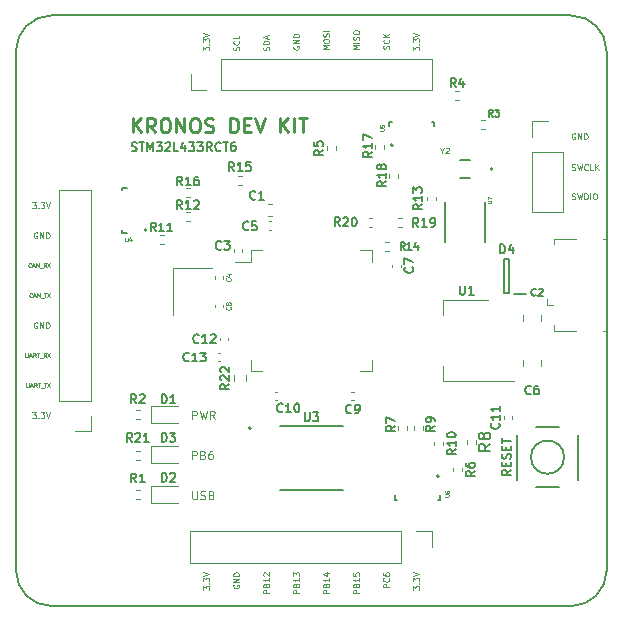
<source format=gto>
%TF.GenerationSoftware,KiCad,Pcbnew,(6.0.9)*%
%TF.CreationDate,2022-12-06T19:37:18-05:00*%
%TF.ProjectId,cdh-devkit,6364682d-6465-4766-9b69-742e6b696361,rev?*%
%TF.SameCoordinates,Original*%
%TF.FileFunction,Legend,Top*%
%TF.FilePolarity,Positive*%
%FSLAX46Y46*%
G04 Gerber Fmt 4.6, Leading zero omitted, Abs format (unit mm)*
G04 Created by KiCad (PCBNEW (6.0.9)) date 2022-12-06 19:37:18*
%MOMM*%
%LPD*%
G01*
G04 APERTURE LIST*
%TA.AperFunction,Profile*%
%ADD10C,0.200000*%
%TD*%
%ADD11C,0.100000*%
%ADD12C,0.250000*%
%ADD13C,0.087500*%
%ADD14C,0.150000*%
%ADD15C,0.080000*%
%ADD16C,0.078740*%
%ADD17C,0.120198*%
%ADD18C,0.120000*%
%ADD19C,0.200000*%
%ADD20C,0.127000*%
%ADD21C,0.152400*%
G04 APERTURE END LIST*
D10*
X67000000Y-70000000D02*
G75*
G03*
X70000000Y-67000000I0J3000000D01*
G01*
X20000000Y-67000000D02*
X20000000Y-23000000D01*
X70000000Y-23000000D02*
X70000000Y-67000000D01*
X23000000Y-20000000D02*
G75*
G03*
X20000000Y-23000000I0J-3000000D01*
G01*
X20000000Y-67000000D02*
G75*
G03*
X23000000Y-70000000I3000000J0D01*
G01*
X23000000Y-20000000D02*
X67000000Y-20000000D01*
X70000000Y-23000000D02*
G75*
G03*
X67000000Y-20000000I-3000000J0D01*
G01*
X67000000Y-70000000D02*
X23000000Y-70000000D01*
D11*
X67060238Y-35532380D02*
X67131666Y-35556190D01*
X67250714Y-35556190D01*
X67298333Y-35532380D01*
X67322142Y-35508571D01*
X67345952Y-35460952D01*
X67345952Y-35413333D01*
X67322142Y-35365714D01*
X67298333Y-35341904D01*
X67250714Y-35318095D01*
X67155476Y-35294285D01*
X67107857Y-35270476D01*
X67084047Y-35246666D01*
X67060238Y-35199047D01*
X67060238Y-35151428D01*
X67084047Y-35103809D01*
X67107857Y-35080000D01*
X67155476Y-35056190D01*
X67274523Y-35056190D01*
X67345952Y-35080000D01*
X67512619Y-35056190D02*
X67631666Y-35556190D01*
X67726904Y-35199047D01*
X67822142Y-35556190D01*
X67941190Y-35056190D01*
X68131666Y-35556190D02*
X68131666Y-35056190D01*
X68250714Y-35056190D01*
X68322142Y-35080000D01*
X68369761Y-35127619D01*
X68393571Y-35175238D01*
X68417380Y-35270476D01*
X68417380Y-35341904D01*
X68393571Y-35437142D01*
X68369761Y-35484761D01*
X68322142Y-35532380D01*
X68250714Y-35556190D01*
X68131666Y-35556190D01*
X68631666Y-35556190D02*
X68631666Y-35056190D01*
X68965000Y-35056190D02*
X69060238Y-35056190D01*
X69107857Y-35080000D01*
X69155476Y-35127619D01*
X69179285Y-35222857D01*
X69179285Y-35389523D01*
X69155476Y-35484761D01*
X69107857Y-35532380D01*
X69060238Y-35556190D01*
X68965000Y-35556190D01*
X68917380Y-35532380D01*
X68869761Y-35484761D01*
X68845952Y-35389523D01*
X68845952Y-35222857D01*
X68869761Y-35127619D01*
X68917380Y-35080000D01*
X68965000Y-35056190D01*
D12*
X29898214Y-29892857D02*
X29898214Y-28692857D01*
X30583928Y-29892857D02*
X30069642Y-29207142D01*
X30583928Y-28692857D02*
X29898214Y-29378571D01*
X31783928Y-29892857D02*
X31383928Y-29321428D01*
X31098214Y-29892857D02*
X31098214Y-28692857D01*
X31555357Y-28692857D01*
X31669642Y-28750000D01*
X31726785Y-28807142D01*
X31783928Y-28921428D01*
X31783928Y-29092857D01*
X31726785Y-29207142D01*
X31669642Y-29264285D01*
X31555357Y-29321428D01*
X31098214Y-29321428D01*
X32526785Y-28692857D02*
X32755357Y-28692857D01*
X32869642Y-28750000D01*
X32983928Y-28864285D01*
X33041071Y-29092857D01*
X33041071Y-29492857D01*
X32983928Y-29721428D01*
X32869642Y-29835714D01*
X32755357Y-29892857D01*
X32526785Y-29892857D01*
X32412500Y-29835714D01*
X32298214Y-29721428D01*
X32241071Y-29492857D01*
X32241071Y-29092857D01*
X32298214Y-28864285D01*
X32412500Y-28750000D01*
X32526785Y-28692857D01*
X33555357Y-29892857D02*
X33555357Y-28692857D01*
X34241071Y-29892857D01*
X34241071Y-28692857D01*
X35041071Y-28692857D02*
X35269642Y-28692857D01*
X35383928Y-28750000D01*
X35498214Y-28864285D01*
X35555357Y-29092857D01*
X35555357Y-29492857D01*
X35498214Y-29721428D01*
X35383928Y-29835714D01*
X35269642Y-29892857D01*
X35041071Y-29892857D01*
X34926785Y-29835714D01*
X34812500Y-29721428D01*
X34755357Y-29492857D01*
X34755357Y-29092857D01*
X34812500Y-28864285D01*
X34926785Y-28750000D01*
X35041071Y-28692857D01*
X36012500Y-29835714D02*
X36183928Y-29892857D01*
X36469642Y-29892857D01*
X36583928Y-29835714D01*
X36641071Y-29778571D01*
X36698214Y-29664285D01*
X36698214Y-29550000D01*
X36641071Y-29435714D01*
X36583928Y-29378571D01*
X36469642Y-29321428D01*
X36241071Y-29264285D01*
X36126785Y-29207142D01*
X36069642Y-29150000D01*
X36012500Y-29035714D01*
X36012500Y-28921428D01*
X36069642Y-28807142D01*
X36126785Y-28750000D01*
X36241071Y-28692857D01*
X36526785Y-28692857D01*
X36698214Y-28750000D01*
X38126785Y-29892857D02*
X38126785Y-28692857D01*
X38412500Y-28692857D01*
X38583928Y-28750000D01*
X38698214Y-28864285D01*
X38755357Y-28978571D01*
X38812500Y-29207142D01*
X38812500Y-29378571D01*
X38755357Y-29607142D01*
X38698214Y-29721428D01*
X38583928Y-29835714D01*
X38412500Y-29892857D01*
X38126785Y-29892857D01*
X39326785Y-29264285D02*
X39726785Y-29264285D01*
X39898214Y-29892857D02*
X39326785Y-29892857D01*
X39326785Y-28692857D01*
X39898214Y-28692857D01*
X40241071Y-28692857D02*
X40641071Y-29892857D01*
X41041071Y-28692857D01*
X42355357Y-29892857D02*
X42355357Y-28692857D01*
X43041071Y-29892857D02*
X42526785Y-29207142D01*
X43041071Y-28692857D02*
X42355357Y-29378571D01*
X43555357Y-29892857D02*
X43555357Y-28692857D01*
X43955357Y-28692857D02*
X44641071Y-28692857D01*
X44298214Y-29892857D02*
X44298214Y-28692857D01*
D11*
X49050475Y-68898333D02*
X48550475Y-68898333D01*
X48550475Y-68707857D01*
X48574285Y-68660238D01*
X48598094Y-68636428D01*
X48645713Y-68612619D01*
X48717142Y-68612619D01*
X48764761Y-68636428D01*
X48788570Y-68660238D01*
X48812380Y-68707857D01*
X48812380Y-68898333D01*
X48788570Y-68231666D02*
X48812380Y-68160238D01*
X48836189Y-68136428D01*
X48883808Y-68112619D01*
X48955237Y-68112619D01*
X49002856Y-68136428D01*
X49026665Y-68160238D01*
X49050475Y-68207857D01*
X49050475Y-68398333D01*
X48550475Y-68398333D01*
X48550475Y-68231666D01*
X48574285Y-68184047D01*
X48598094Y-68160238D01*
X48645713Y-68136428D01*
X48693332Y-68136428D01*
X48740951Y-68160238D01*
X48764761Y-68184047D01*
X48788570Y-68231666D01*
X48788570Y-68398333D01*
X49050475Y-67636428D02*
X49050475Y-67922142D01*
X49050475Y-67779285D02*
X48550475Y-67779285D01*
X48621904Y-67826904D01*
X48669523Y-67874523D01*
X48693332Y-67922142D01*
X48550475Y-67184047D02*
X48550475Y-67422142D01*
X48788570Y-67445952D01*
X48764761Y-67422142D01*
X48740951Y-67374523D01*
X48740951Y-67255476D01*
X48764761Y-67207857D01*
X48788570Y-67184047D01*
X48836189Y-67160238D01*
X48955237Y-67160238D01*
X49002856Y-67184047D01*
X49026665Y-67207857D01*
X49050475Y-67255476D01*
X49050475Y-67374523D01*
X49026665Y-67422142D01*
X49002856Y-67445952D01*
X46511190Y-22865952D02*
X46011190Y-22865952D01*
X46368333Y-22699285D01*
X46011190Y-22532619D01*
X46511190Y-22532619D01*
X46011190Y-22199285D02*
X46011190Y-22104047D01*
X46035000Y-22056428D01*
X46082619Y-22008809D01*
X46177857Y-21985000D01*
X46344523Y-21985000D01*
X46439761Y-22008809D01*
X46487380Y-22056428D01*
X46511190Y-22104047D01*
X46511190Y-22199285D01*
X46487380Y-22246904D01*
X46439761Y-22294523D01*
X46344523Y-22318333D01*
X46177857Y-22318333D01*
X46082619Y-22294523D01*
X46035000Y-22246904D01*
X46011190Y-22199285D01*
X46487380Y-21794523D02*
X46511190Y-21723095D01*
X46511190Y-21604047D01*
X46487380Y-21556428D01*
X46463571Y-21532619D01*
X46415952Y-21508809D01*
X46368333Y-21508809D01*
X46320714Y-21532619D01*
X46296904Y-21556428D01*
X46273095Y-21604047D01*
X46249285Y-21699285D01*
X46225476Y-21746904D01*
X46201666Y-21770714D01*
X46154047Y-21794523D01*
X46106428Y-21794523D01*
X46058809Y-21770714D01*
X46035000Y-21746904D01*
X46011190Y-21699285D01*
X46011190Y-21580238D01*
X46035000Y-21508809D01*
X46511190Y-21294523D02*
X46011190Y-21294523D01*
X46512618Y-68898333D02*
X46012618Y-68898333D01*
X46012618Y-68707857D01*
X46036428Y-68660238D01*
X46060237Y-68636428D01*
X46107856Y-68612619D01*
X46179285Y-68612619D01*
X46226904Y-68636428D01*
X46250713Y-68660238D01*
X46274523Y-68707857D01*
X46274523Y-68898333D01*
X46250713Y-68231666D02*
X46274523Y-68160238D01*
X46298332Y-68136428D01*
X46345951Y-68112619D01*
X46417380Y-68112619D01*
X46464999Y-68136428D01*
X46488808Y-68160238D01*
X46512618Y-68207857D01*
X46512618Y-68398333D01*
X46012618Y-68398333D01*
X46012618Y-68231666D01*
X46036428Y-68184047D01*
X46060237Y-68160238D01*
X46107856Y-68136428D01*
X46155475Y-68136428D01*
X46203094Y-68160238D01*
X46226904Y-68184047D01*
X46250713Y-68231666D01*
X46250713Y-68398333D01*
X46512618Y-67636428D02*
X46512618Y-67922142D01*
X46512618Y-67779285D02*
X46012618Y-67779285D01*
X46084047Y-67826904D01*
X46131666Y-67874523D01*
X46155475Y-67922142D01*
X46179285Y-67207857D02*
X46512618Y-67207857D01*
X45988808Y-67326904D02*
X46345951Y-67445952D01*
X46345951Y-67136428D01*
D13*
X21343125Y-43838571D02*
X21326458Y-43855237D01*
X21276458Y-43871904D01*
X21243125Y-43871904D01*
X21193125Y-43855237D01*
X21159791Y-43821904D01*
X21143125Y-43788571D01*
X21126458Y-43721904D01*
X21126458Y-43671904D01*
X21143125Y-43605237D01*
X21159791Y-43571904D01*
X21193125Y-43538571D01*
X21243125Y-43521904D01*
X21276458Y-43521904D01*
X21326458Y-43538571D01*
X21343125Y-43555237D01*
X21476458Y-43771904D02*
X21643125Y-43771904D01*
X21443125Y-43871904D02*
X21559791Y-43521904D01*
X21676458Y-43871904D01*
X21793125Y-43871904D02*
X21793125Y-43521904D01*
X21993125Y-43871904D01*
X21993125Y-43521904D01*
X22076458Y-43905237D02*
X22343125Y-43905237D01*
X22376458Y-43521904D02*
X22576458Y-43521904D01*
X22476458Y-43871904D02*
X22476458Y-43521904D01*
X22659791Y-43521904D02*
X22893125Y-43871904D01*
X22893125Y-43521904D02*
X22659791Y-43871904D01*
D11*
X49051190Y-22865952D02*
X48551190Y-22865952D01*
X48908333Y-22699285D01*
X48551190Y-22532619D01*
X49051190Y-22532619D01*
X49051190Y-22294523D02*
X48551190Y-22294523D01*
X49027380Y-22080238D02*
X49051190Y-22008809D01*
X49051190Y-21889761D01*
X49027380Y-21842142D01*
X49003571Y-21818333D01*
X48955952Y-21794523D01*
X48908333Y-21794523D01*
X48860714Y-21818333D01*
X48836904Y-21842142D01*
X48813095Y-21889761D01*
X48789285Y-21985000D01*
X48765476Y-22032619D01*
X48741666Y-22056428D01*
X48694047Y-22080238D01*
X48646428Y-22080238D01*
X48598809Y-22056428D01*
X48575000Y-22032619D01*
X48551190Y-21985000D01*
X48551190Y-21865952D01*
X48575000Y-21794523D01*
X48551190Y-21485000D02*
X48551190Y-21389761D01*
X48575000Y-21342142D01*
X48622619Y-21294523D01*
X48717857Y-21270714D01*
X48884523Y-21270714D01*
X48979761Y-21294523D01*
X49027380Y-21342142D01*
X49051190Y-21389761D01*
X49051190Y-21485000D01*
X49027380Y-21532619D01*
X48979761Y-21580238D01*
X48884523Y-21604047D01*
X48717857Y-21604047D01*
X48622619Y-21580238D01*
X48575000Y-21532619D01*
X48551190Y-21485000D01*
X43495000Y-22604047D02*
X43471190Y-22651666D01*
X43471190Y-22723095D01*
X43495000Y-22794523D01*
X43542619Y-22842142D01*
X43590238Y-22865952D01*
X43685476Y-22889761D01*
X43756904Y-22889761D01*
X43852142Y-22865952D01*
X43899761Y-22842142D01*
X43947380Y-22794523D01*
X43971190Y-22723095D01*
X43971190Y-22675476D01*
X43947380Y-22604047D01*
X43923571Y-22580238D01*
X43756904Y-22580238D01*
X43756904Y-22675476D01*
X43971190Y-22365952D02*
X43471190Y-22365952D01*
X43971190Y-22080238D01*
X43471190Y-22080238D01*
X43971190Y-21842142D02*
X43471190Y-21842142D01*
X43471190Y-21723095D01*
X43495000Y-21651666D01*
X43542619Y-21604047D01*
X43590238Y-21580238D01*
X43685476Y-21556428D01*
X43756904Y-21556428D01*
X43852142Y-21580238D01*
X43899761Y-21604047D01*
X43947380Y-21651666D01*
X43971190Y-21723095D01*
X43971190Y-21842142D01*
X34916666Y-57566666D02*
X34916666Y-56866666D01*
X35183333Y-56866666D01*
X35249999Y-56900000D01*
X35283333Y-56933333D01*
X35316666Y-57000000D01*
X35316666Y-57100000D01*
X35283333Y-57166666D01*
X35249999Y-57200000D01*
X35183333Y-57233333D01*
X34916666Y-57233333D01*
X35849999Y-57200000D02*
X35949999Y-57233333D01*
X35983333Y-57266666D01*
X36016666Y-57333333D01*
X36016666Y-57433333D01*
X35983333Y-57500000D01*
X35949999Y-57533333D01*
X35883333Y-57566666D01*
X35616666Y-57566666D01*
X35616666Y-56866666D01*
X35849999Y-56866666D01*
X35916666Y-56900000D01*
X35949999Y-56933333D01*
X35983333Y-57000000D01*
X35983333Y-57066666D01*
X35949999Y-57133333D01*
X35916666Y-57166666D01*
X35849999Y-57200000D01*
X35616666Y-57200000D01*
X36616666Y-56866666D02*
X36483333Y-56866666D01*
X36416666Y-56900000D01*
X36383333Y-56933333D01*
X36316666Y-57033333D01*
X36283333Y-57166666D01*
X36283333Y-57433333D01*
X36316666Y-57500000D01*
X36349999Y-57533333D01*
X36416666Y-57566666D01*
X36549999Y-57566666D01*
X36616666Y-57533333D01*
X36649999Y-57500000D01*
X36683333Y-57433333D01*
X36683333Y-57266666D01*
X36649999Y-57200000D01*
X36616666Y-57166666D01*
X36549999Y-57133333D01*
X36416666Y-57133333D01*
X36349999Y-57166666D01*
X36316666Y-57200000D01*
X36283333Y-57266666D01*
X41407380Y-22939761D02*
X41431190Y-22868333D01*
X41431190Y-22749285D01*
X41407380Y-22701666D01*
X41383571Y-22677857D01*
X41335952Y-22654047D01*
X41288333Y-22654047D01*
X41240714Y-22677857D01*
X41216904Y-22701666D01*
X41193095Y-22749285D01*
X41169285Y-22844523D01*
X41145476Y-22892142D01*
X41121666Y-22915952D01*
X41074047Y-22939761D01*
X41026428Y-22939761D01*
X40978809Y-22915952D01*
X40955000Y-22892142D01*
X40931190Y-22844523D01*
X40931190Y-22725476D01*
X40955000Y-22654047D01*
X41431190Y-22439761D02*
X40931190Y-22439761D01*
X40931190Y-22320714D01*
X40955000Y-22249285D01*
X41002619Y-22201666D01*
X41050238Y-22177857D01*
X41145476Y-22154047D01*
X41216904Y-22154047D01*
X41312142Y-22177857D01*
X41359761Y-22201666D01*
X41407380Y-22249285D01*
X41431190Y-22320714D01*
X41431190Y-22439761D01*
X41288333Y-21963571D02*
X41288333Y-21725476D01*
X41431190Y-22011190D02*
X40931190Y-21844523D01*
X41431190Y-21677857D01*
D13*
X21259791Y-41300714D02*
X21243125Y-41317380D01*
X21193125Y-41334047D01*
X21159791Y-41334047D01*
X21109791Y-41317380D01*
X21076458Y-41284047D01*
X21059791Y-41250714D01*
X21043125Y-41184047D01*
X21043125Y-41134047D01*
X21059791Y-41067380D01*
X21076458Y-41034047D01*
X21109791Y-41000714D01*
X21159791Y-40984047D01*
X21193125Y-40984047D01*
X21243125Y-41000714D01*
X21259791Y-41017380D01*
X21393125Y-41234047D02*
X21559791Y-41234047D01*
X21359791Y-41334047D02*
X21476458Y-40984047D01*
X21593125Y-41334047D01*
X21709791Y-41334047D02*
X21709791Y-40984047D01*
X21909791Y-41334047D01*
X21909791Y-40984047D01*
X21993125Y-41367380D02*
X22259791Y-41367380D01*
X22543125Y-41334047D02*
X22426458Y-41167380D01*
X22343125Y-41334047D02*
X22343125Y-40984047D01*
X22476458Y-40984047D01*
X22509791Y-41000714D01*
X22526458Y-41017380D01*
X22543125Y-41050714D01*
X22543125Y-41100714D01*
X22526458Y-41134047D01*
X22509791Y-41150714D01*
X22476458Y-41167380D01*
X22343125Y-41167380D01*
X22659791Y-40984047D02*
X22893125Y-41334047D01*
X22893125Y-40984047D02*
X22659791Y-41334047D01*
D11*
X43974761Y-68898333D02*
X43474761Y-68898333D01*
X43474761Y-68707857D01*
X43498571Y-68660238D01*
X43522380Y-68636428D01*
X43569999Y-68612619D01*
X43641428Y-68612619D01*
X43689047Y-68636428D01*
X43712856Y-68660238D01*
X43736666Y-68707857D01*
X43736666Y-68898333D01*
X43712856Y-68231666D02*
X43736666Y-68160238D01*
X43760475Y-68136428D01*
X43808094Y-68112619D01*
X43879523Y-68112619D01*
X43927142Y-68136428D01*
X43950951Y-68160238D01*
X43974761Y-68207857D01*
X43974761Y-68398333D01*
X43474761Y-68398333D01*
X43474761Y-68231666D01*
X43498571Y-68184047D01*
X43522380Y-68160238D01*
X43569999Y-68136428D01*
X43617618Y-68136428D01*
X43665237Y-68160238D01*
X43689047Y-68184047D01*
X43712856Y-68231666D01*
X43712856Y-68398333D01*
X43974761Y-67636428D02*
X43974761Y-67922142D01*
X43974761Y-67779285D02*
X43474761Y-67779285D01*
X43546190Y-67826904D01*
X43593809Y-67874523D01*
X43617618Y-67922142D01*
X43474761Y-67469761D02*
X43474761Y-67160238D01*
X43665237Y-67326904D01*
X43665237Y-67255476D01*
X43689047Y-67207857D01*
X43712856Y-67184047D01*
X43760475Y-67160238D01*
X43879523Y-67160238D01*
X43927142Y-67184047D01*
X43950951Y-67207857D01*
X43974761Y-67255476D01*
X43974761Y-67398333D01*
X43950951Y-67445952D01*
X43927142Y-67469761D01*
D14*
X29790357Y-31453571D02*
X29897500Y-31489285D01*
X30076071Y-31489285D01*
X30147500Y-31453571D01*
X30183214Y-31417857D01*
X30218928Y-31346428D01*
X30218928Y-31275000D01*
X30183214Y-31203571D01*
X30147500Y-31167857D01*
X30076071Y-31132142D01*
X29933214Y-31096428D01*
X29861785Y-31060714D01*
X29826071Y-31025000D01*
X29790357Y-30953571D01*
X29790357Y-30882142D01*
X29826071Y-30810714D01*
X29861785Y-30775000D01*
X29933214Y-30739285D01*
X30111785Y-30739285D01*
X30218928Y-30775000D01*
X30433214Y-30739285D02*
X30861785Y-30739285D01*
X30647500Y-31489285D02*
X30647500Y-30739285D01*
X31111785Y-31489285D02*
X31111785Y-30739285D01*
X31361785Y-31275000D01*
X31611785Y-30739285D01*
X31611785Y-31489285D01*
X31897500Y-30739285D02*
X32361785Y-30739285D01*
X32111785Y-31025000D01*
X32218928Y-31025000D01*
X32290357Y-31060714D01*
X32326071Y-31096428D01*
X32361785Y-31167857D01*
X32361785Y-31346428D01*
X32326071Y-31417857D01*
X32290357Y-31453571D01*
X32218928Y-31489285D01*
X32004642Y-31489285D01*
X31933214Y-31453571D01*
X31897500Y-31417857D01*
X32647500Y-30810714D02*
X32683214Y-30775000D01*
X32754642Y-30739285D01*
X32933214Y-30739285D01*
X33004642Y-30775000D01*
X33040357Y-30810714D01*
X33076071Y-30882142D01*
X33076071Y-30953571D01*
X33040357Y-31060714D01*
X32611785Y-31489285D01*
X33076071Y-31489285D01*
X33754642Y-31489285D02*
X33397500Y-31489285D01*
X33397500Y-30739285D01*
X34326071Y-30989285D02*
X34326071Y-31489285D01*
X34147500Y-30703571D02*
X33968928Y-31239285D01*
X34433214Y-31239285D01*
X34647500Y-30739285D02*
X35111785Y-30739285D01*
X34861785Y-31025000D01*
X34968928Y-31025000D01*
X35040357Y-31060714D01*
X35076071Y-31096428D01*
X35111785Y-31167857D01*
X35111785Y-31346428D01*
X35076071Y-31417857D01*
X35040357Y-31453571D01*
X34968928Y-31489285D01*
X34754642Y-31489285D01*
X34683214Y-31453571D01*
X34647500Y-31417857D01*
X35361785Y-30739285D02*
X35826071Y-30739285D01*
X35576071Y-31025000D01*
X35683214Y-31025000D01*
X35754642Y-31060714D01*
X35790357Y-31096428D01*
X35826071Y-31167857D01*
X35826071Y-31346428D01*
X35790357Y-31417857D01*
X35754642Y-31453571D01*
X35683214Y-31489285D01*
X35468928Y-31489285D01*
X35397500Y-31453571D01*
X35361785Y-31417857D01*
X36576071Y-31489285D02*
X36326071Y-31132142D01*
X36147500Y-31489285D02*
X36147500Y-30739285D01*
X36433214Y-30739285D01*
X36504642Y-30775000D01*
X36540357Y-30810714D01*
X36576071Y-30882142D01*
X36576071Y-30989285D01*
X36540357Y-31060714D01*
X36504642Y-31096428D01*
X36433214Y-31132142D01*
X36147500Y-31132142D01*
X37326071Y-31417857D02*
X37290357Y-31453571D01*
X37183214Y-31489285D01*
X37111785Y-31489285D01*
X37004642Y-31453571D01*
X36933214Y-31382142D01*
X36897500Y-31310714D01*
X36861785Y-31167857D01*
X36861785Y-31060714D01*
X36897500Y-30917857D01*
X36933214Y-30846428D01*
X37004642Y-30775000D01*
X37111785Y-30739285D01*
X37183214Y-30739285D01*
X37290357Y-30775000D01*
X37326071Y-30810714D01*
X37540357Y-30739285D02*
X37968928Y-30739285D01*
X37754642Y-31489285D02*
X37754642Y-30739285D01*
X38540357Y-30739285D02*
X38397500Y-30739285D01*
X38326071Y-30775000D01*
X38290357Y-30810714D01*
X38218928Y-30917857D01*
X38183214Y-31060714D01*
X38183214Y-31346428D01*
X38218928Y-31417857D01*
X38254642Y-31453571D01*
X38326071Y-31489285D01*
X38468928Y-31489285D01*
X38540357Y-31453571D01*
X38576071Y-31417857D01*
X38611785Y-31346428D01*
X38611785Y-31167857D01*
X38576071Y-31096428D01*
X38540357Y-31060714D01*
X38468928Y-31025000D01*
X38326071Y-31025000D01*
X38254642Y-31060714D01*
X38218928Y-31096428D01*
X38183214Y-31167857D01*
D11*
X34916666Y-60266666D02*
X34916666Y-60833333D01*
X34950000Y-60900000D01*
X34983333Y-60933333D01*
X35050000Y-60966666D01*
X35183333Y-60966666D01*
X35250000Y-60933333D01*
X35283333Y-60900000D01*
X35316666Y-60833333D01*
X35316666Y-60266666D01*
X35616666Y-60933333D02*
X35716666Y-60966666D01*
X35883333Y-60966666D01*
X35950000Y-60933333D01*
X35983333Y-60900000D01*
X36016666Y-60833333D01*
X36016666Y-60766666D01*
X35983333Y-60700000D01*
X35950000Y-60666666D01*
X35883333Y-60633333D01*
X35750000Y-60600000D01*
X35683333Y-60566666D01*
X35650000Y-60533333D01*
X35616666Y-60466666D01*
X35616666Y-60400000D01*
X35650000Y-60333333D01*
X35683333Y-60300000D01*
X35750000Y-60266666D01*
X35916666Y-60266666D01*
X36016666Y-60300000D01*
X36550000Y-60600000D02*
X36650000Y-60633333D01*
X36683333Y-60666666D01*
X36716666Y-60733333D01*
X36716666Y-60833333D01*
X36683333Y-60900000D01*
X36650000Y-60933333D01*
X36583333Y-60966666D01*
X36316666Y-60966666D01*
X36316666Y-60266666D01*
X36550000Y-60266666D01*
X36616666Y-60300000D01*
X36650000Y-60333333D01*
X36683333Y-60400000D01*
X36683333Y-60466666D01*
X36650000Y-60533333D01*
X36616666Y-60566666D01*
X36550000Y-60600000D01*
X36316666Y-60600000D01*
D13*
X20876458Y-51135475D02*
X20876458Y-51418808D01*
X20893125Y-51452142D01*
X20909791Y-51468808D01*
X20943125Y-51485475D01*
X21009791Y-51485475D01*
X21043125Y-51468808D01*
X21059791Y-51452142D01*
X21076458Y-51418808D01*
X21076458Y-51135475D01*
X21226458Y-51385475D02*
X21393125Y-51385475D01*
X21193125Y-51485475D02*
X21309791Y-51135475D01*
X21426458Y-51485475D01*
X21743125Y-51485475D02*
X21626458Y-51318808D01*
X21543125Y-51485475D02*
X21543125Y-51135475D01*
X21676458Y-51135475D01*
X21709791Y-51152142D01*
X21726458Y-51168808D01*
X21743125Y-51202142D01*
X21743125Y-51252142D01*
X21726458Y-51285475D01*
X21709791Y-51302142D01*
X21676458Y-51318808D01*
X21543125Y-51318808D01*
X21843125Y-51135475D02*
X22043125Y-51135475D01*
X21943125Y-51485475D02*
X21943125Y-51135475D01*
X22076458Y-51518808D02*
X22343125Y-51518808D01*
X22376458Y-51135475D02*
X22576458Y-51135475D01*
X22476458Y-51485475D02*
X22476458Y-51135475D01*
X22659791Y-51135475D02*
X22893125Y-51485475D01*
X22893125Y-51135475D02*
X22659791Y-51485475D01*
D14*
X57578571Y-42889285D02*
X57578571Y-43496428D01*
X57614285Y-43567857D01*
X57650000Y-43603571D01*
X57721428Y-43639285D01*
X57864285Y-43639285D01*
X57935714Y-43603571D01*
X57971428Y-43567857D01*
X58007142Y-43496428D01*
X58007142Y-42889285D01*
X58757142Y-43639285D02*
X58328571Y-43639285D01*
X58542857Y-43639285D02*
X58542857Y-42889285D01*
X58471428Y-42996428D01*
X58400000Y-43067857D01*
X58328571Y-43103571D01*
D11*
X38867380Y-22939761D02*
X38891190Y-22868333D01*
X38891190Y-22749285D01*
X38867380Y-22701666D01*
X38843571Y-22677857D01*
X38795952Y-22654047D01*
X38748333Y-22654047D01*
X38700714Y-22677857D01*
X38676904Y-22701666D01*
X38653095Y-22749285D01*
X38629285Y-22844523D01*
X38605476Y-22892142D01*
X38581666Y-22915952D01*
X38534047Y-22939761D01*
X38486428Y-22939761D01*
X38438809Y-22915952D01*
X38415000Y-22892142D01*
X38391190Y-22844523D01*
X38391190Y-22725476D01*
X38415000Y-22654047D01*
X38843571Y-22154047D02*
X38867380Y-22177857D01*
X38891190Y-22249285D01*
X38891190Y-22296904D01*
X38867380Y-22368333D01*
X38819761Y-22415952D01*
X38772142Y-22439761D01*
X38676904Y-22463571D01*
X38605476Y-22463571D01*
X38510238Y-22439761D01*
X38462619Y-22415952D01*
X38415000Y-22368333D01*
X38391190Y-22296904D01*
X38391190Y-22249285D01*
X38415000Y-22177857D01*
X38438809Y-22154047D01*
X38891190Y-21701666D02*
X38891190Y-21939761D01*
X38391190Y-21939761D01*
X51588332Y-68422142D02*
X51088332Y-68422142D01*
X51088332Y-68231666D01*
X51112142Y-68184047D01*
X51135951Y-68160238D01*
X51183570Y-68136428D01*
X51254999Y-68136428D01*
X51302618Y-68160238D01*
X51326427Y-68184047D01*
X51350237Y-68231666D01*
X51350237Y-68422142D01*
X51540713Y-67636428D02*
X51564522Y-67660238D01*
X51588332Y-67731666D01*
X51588332Y-67779285D01*
X51564522Y-67850714D01*
X51516903Y-67898333D01*
X51469284Y-67922142D01*
X51374046Y-67945952D01*
X51302618Y-67945952D01*
X51207380Y-67922142D01*
X51159761Y-67898333D01*
X51112142Y-67850714D01*
X51088332Y-67779285D01*
X51088332Y-67731666D01*
X51112142Y-67660238D01*
X51135951Y-67636428D01*
X51088332Y-67207857D02*
X51088332Y-67303095D01*
X51112142Y-67350714D01*
X51135951Y-67374523D01*
X51207380Y-67422142D01*
X51302618Y-67445952D01*
X51493094Y-67445952D01*
X51540713Y-67422142D01*
X51564522Y-67398333D01*
X51588332Y-67350714D01*
X51588332Y-67255476D01*
X51564522Y-67207857D01*
X51540713Y-67184047D01*
X51493094Y-67160238D01*
X51374046Y-67160238D01*
X51326427Y-67184047D01*
X51302618Y-67207857D01*
X51278808Y-67255476D01*
X51278808Y-67350714D01*
X51302618Y-67398333D01*
X51326427Y-67422142D01*
X51374046Y-67445952D01*
X67060238Y-33072880D02*
X67131666Y-33096690D01*
X67250714Y-33096690D01*
X67298333Y-33072880D01*
X67322142Y-33049071D01*
X67345952Y-33001452D01*
X67345952Y-32953833D01*
X67322142Y-32906214D01*
X67298333Y-32882404D01*
X67250714Y-32858595D01*
X67155476Y-32834785D01*
X67107857Y-32810976D01*
X67084047Y-32787166D01*
X67060238Y-32739547D01*
X67060238Y-32691928D01*
X67084047Y-32644309D01*
X67107857Y-32620500D01*
X67155476Y-32596690D01*
X67274523Y-32596690D01*
X67345952Y-32620500D01*
X67512619Y-32596690D02*
X67631666Y-33096690D01*
X67726904Y-32739547D01*
X67822142Y-33096690D01*
X67941190Y-32596690D01*
X68417380Y-33049071D02*
X68393571Y-33072880D01*
X68322142Y-33096690D01*
X68274523Y-33096690D01*
X68203095Y-33072880D01*
X68155476Y-33025261D01*
X68131666Y-32977642D01*
X68107857Y-32882404D01*
X68107857Y-32810976D01*
X68131666Y-32715738D01*
X68155476Y-32668119D01*
X68203095Y-32620500D01*
X68274523Y-32596690D01*
X68322142Y-32596690D01*
X68393571Y-32620500D01*
X68417380Y-32644309D01*
X68869761Y-33096690D02*
X68631666Y-33096690D01*
X68631666Y-32596690D01*
X69036428Y-33096690D02*
X69036428Y-32596690D01*
X69322142Y-33096690D02*
X69107857Y-32810976D01*
X69322142Y-32596690D02*
X69036428Y-32882404D01*
X21792142Y-46001428D02*
X21744523Y-45977618D01*
X21673095Y-45977618D01*
X21601666Y-46001428D01*
X21554047Y-46049047D01*
X21530238Y-46096666D01*
X21506428Y-46191904D01*
X21506428Y-46263332D01*
X21530238Y-46358570D01*
X21554047Y-46406189D01*
X21601666Y-46453808D01*
X21673095Y-46477618D01*
X21720714Y-46477618D01*
X21792142Y-46453808D01*
X21815952Y-46429999D01*
X21815952Y-46263332D01*
X21720714Y-46263332D01*
X22030238Y-46477618D02*
X22030238Y-45977618D01*
X22315952Y-46477618D01*
X22315952Y-45977618D01*
X22554047Y-46477618D02*
X22554047Y-45977618D01*
X22673095Y-45977618D01*
X22744523Y-46001428D01*
X22792142Y-46049047D01*
X22815952Y-46096666D01*
X22839761Y-46191904D01*
X22839761Y-46263332D01*
X22815952Y-46358570D01*
X22792142Y-46406189D01*
X22744523Y-46453808D01*
X22673095Y-46477618D01*
X22554047Y-46477618D01*
X53626190Y-68612619D02*
X53626190Y-68303095D01*
X53816666Y-68469761D01*
X53816666Y-68398333D01*
X53840476Y-68350714D01*
X53864285Y-68326904D01*
X53911904Y-68303095D01*
X54030952Y-68303095D01*
X54078571Y-68326904D01*
X54102380Y-68350714D01*
X54126190Y-68398333D01*
X54126190Y-68541190D01*
X54102380Y-68588809D01*
X54078571Y-68612619D01*
X54078571Y-68088809D02*
X54102380Y-68065000D01*
X54126190Y-68088809D01*
X54102380Y-68112619D01*
X54078571Y-68088809D01*
X54126190Y-68088809D01*
X53626190Y-67898333D02*
X53626190Y-67588809D01*
X53816666Y-67755476D01*
X53816666Y-67684047D01*
X53840476Y-67636428D01*
X53864285Y-67612619D01*
X53911904Y-67588809D01*
X54030952Y-67588809D01*
X54078571Y-67612619D01*
X54102380Y-67636428D01*
X54126190Y-67684047D01*
X54126190Y-67826904D01*
X54102380Y-67874523D01*
X54078571Y-67898333D01*
X53626190Y-67445952D02*
X54126190Y-67279285D01*
X53626190Y-67112619D01*
D13*
X20793125Y-48597618D02*
X20793125Y-48880951D01*
X20809791Y-48914285D01*
X20826458Y-48930951D01*
X20859791Y-48947618D01*
X20926458Y-48947618D01*
X20959791Y-48930951D01*
X20976458Y-48914285D01*
X20993125Y-48880951D01*
X20993125Y-48597618D01*
X21143125Y-48847618D02*
X21309791Y-48847618D01*
X21109791Y-48947618D02*
X21226458Y-48597618D01*
X21343125Y-48947618D01*
X21659791Y-48947618D02*
X21543125Y-48780951D01*
X21459791Y-48947618D02*
X21459791Y-48597618D01*
X21593125Y-48597618D01*
X21626458Y-48614285D01*
X21643125Y-48630951D01*
X21659791Y-48664285D01*
X21659791Y-48714285D01*
X21643125Y-48747618D01*
X21626458Y-48764285D01*
X21593125Y-48780951D01*
X21459791Y-48780951D01*
X21759791Y-48597618D02*
X21959791Y-48597618D01*
X21859791Y-48947618D02*
X21859791Y-48597618D01*
X21993125Y-48980951D02*
X22259791Y-48980951D01*
X22543125Y-48947618D02*
X22426458Y-48780951D01*
X22343125Y-48947618D02*
X22343125Y-48597618D01*
X22476458Y-48597618D01*
X22509791Y-48614285D01*
X22526458Y-48630951D01*
X22543125Y-48664285D01*
X22543125Y-48714285D01*
X22526458Y-48747618D01*
X22509791Y-48764285D01*
X22476458Y-48780951D01*
X22343125Y-48780951D01*
X22659791Y-48597618D02*
X22893125Y-48947618D01*
X22893125Y-48597618D02*
X22659791Y-48947618D01*
D11*
X35851190Y-22963571D02*
X35851190Y-22654047D01*
X36041666Y-22820714D01*
X36041666Y-22749285D01*
X36065476Y-22701666D01*
X36089285Y-22677857D01*
X36136904Y-22654047D01*
X36255952Y-22654047D01*
X36303571Y-22677857D01*
X36327380Y-22701666D01*
X36351190Y-22749285D01*
X36351190Y-22892142D01*
X36327380Y-22939761D01*
X36303571Y-22963571D01*
X36303571Y-22439761D02*
X36327380Y-22415952D01*
X36351190Y-22439761D01*
X36327380Y-22463571D01*
X36303571Y-22439761D01*
X36351190Y-22439761D01*
X35851190Y-22249285D02*
X35851190Y-21939761D01*
X36041666Y-22106428D01*
X36041666Y-22035000D01*
X36065476Y-21987380D01*
X36089285Y-21963571D01*
X36136904Y-21939761D01*
X36255952Y-21939761D01*
X36303571Y-21963571D01*
X36327380Y-21987380D01*
X36351190Y-22035000D01*
X36351190Y-22177857D01*
X36327380Y-22225476D01*
X36303571Y-22249285D01*
X35851190Y-21796904D02*
X36351190Y-21630238D01*
X35851190Y-21463571D01*
D14*
X61889285Y-58489285D02*
X61532142Y-58739285D01*
X61889285Y-58917857D02*
X61139285Y-58917857D01*
X61139285Y-58632142D01*
X61175000Y-58560714D01*
X61210714Y-58525000D01*
X61282142Y-58489285D01*
X61389285Y-58489285D01*
X61460714Y-58525000D01*
X61496428Y-58560714D01*
X61532142Y-58632142D01*
X61532142Y-58917857D01*
X61496428Y-58167857D02*
X61496428Y-57917857D01*
X61889285Y-57810714D02*
X61889285Y-58167857D01*
X61139285Y-58167857D01*
X61139285Y-57810714D01*
X61853571Y-57525000D02*
X61889285Y-57417857D01*
X61889285Y-57239285D01*
X61853571Y-57167857D01*
X61817857Y-57132142D01*
X61746428Y-57096428D01*
X61675000Y-57096428D01*
X61603571Y-57132142D01*
X61567857Y-57167857D01*
X61532142Y-57239285D01*
X61496428Y-57382142D01*
X61460714Y-57453571D01*
X61425000Y-57489285D01*
X61353571Y-57525000D01*
X61282142Y-57525000D01*
X61210714Y-57489285D01*
X61175000Y-57453571D01*
X61139285Y-57382142D01*
X61139285Y-57203571D01*
X61175000Y-57096428D01*
X61496428Y-56775000D02*
X61496428Y-56525000D01*
X61889285Y-56417857D02*
X61889285Y-56775000D01*
X61139285Y-56775000D01*
X61139285Y-56417857D01*
X61139285Y-56203571D02*
X61139285Y-55775000D01*
X61889285Y-55989285D02*
X61139285Y-55989285D01*
D11*
X21387380Y-53591190D02*
X21696904Y-53591190D01*
X21530238Y-53781666D01*
X21601666Y-53781666D01*
X21649285Y-53805476D01*
X21673095Y-53829285D01*
X21696904Y-53876904D01*
X21696904Y-53995952D01*
X21673095Y-54043571D01*
X21649285Y-54067380D01*
X21601666Y-54091190D01*
X21458809Y-54091190D01*
X21411190Y-54067380D01*
X21387380Y-54043571D01*
X21911190Y-54043571D02*
X21935000Y-54067380D01*
X21911190Y-54091190D01*
X21887380Y-54067380D01*
X21911190Y-54043571D01*
X21911190Y-54091190D01*
X22101666Y-53591190D02*
X22411190Y-53591190D01*
X22244523Y-53781666D01*
X22315952Y-53781666D01*
X22363571Y-53805476D01*
X22387380Y-53829285D01*
X22411190Y-53876904D01*
X22411190Y-53995952D01*
X22387380Y-54043571D01*
X22363571Y-54067380D01*
X22315952Y-54091190D01*
X22173095Y-54091190D01*
X22125476Y-54067380D01*
X22101666Y-54043571D01*
X22554047Y-53591190D02*
X22720714Y-54091190D01*
X22887380Y-53591190D01*
X34916666Y-54166666D02*
X34916666Y-53466666D01*
X35183333Y-53466666D01*
X35250000Y-53500000D01*
X35283333Y-53533333D01*
X35316666Y-53600000D01*
X35316666Y-53700000D01*
X35283333Y-53766666D01*
X35250000Y-53800000D01*
X35183333Y-53833333D01*
X34916666Y-53833333D01*
X35550000Y-53466666D02*
X35716666Y-54166666D01*
X35850000Y-53666666D01*
X35983333Y-54166666D01*
X36150000Y-53466666D01*
X36816666Y-54166666D02*
X36583333Y-53833333D01*
X36416666Y-54166666D02*
X36416666Y-53466666D01*
X36683333Y-53466666D01*
X36750000Y-53500000D01*
X36783333Y-53533333D01*
X36816666Y-53600000D01*
X36816666Y-53700000D01*
X36783333Y-53766666D01*
X36750000Y-53800000D01*
X36683333Y-53833333D01*
X36416666Y-53833333D01*
X35861190Y-68612619D02*
X35861190Y-68303095D01*
X36051666Y-68469761D01*
X36051666Y-68398333D01*
X36075476Y-68350714D01*
X36099285Y-68326904D01*
X36146904Y-68303095D01*
X36265952Y-68303095D01*
X36313571Y-68326904D01*
X36337380Y-68350714D01*
X36361190Y-68398333D01*
X36361190Y-68541190D01*
X36337380Y-68588809D01*
X36313571Y-68612619D01*
X36313571Y-68088809D02*
X36337380Y-68065000D01*
X36361190Y-68088809D01*
X36337380Y-68112619D01*
X36313571Y-68088809D01*
X36361190Y-68088809D01*
X35861190Y-67898333D02*
X35861190Y-67588809D01*
X36051666Y-67755476D01*
X36051666Y-67684047D01*
X36075476Y-67636428D01*
X36099285Y-67612619D01*
X36146904Y-67588809D01*
X36265952Y-67588809D01*
X36313571Y-67612619D01*
X36337380Y-67636428D01*
X36361190Y-67684047D01*
X36361190Y-67826904D01*
X36337380Y-67874523D01*
X36313571Y-67898333D01*
X35861190Y-67445952D02*
X36361190Y-67279285D01*
X35861190Y-67112619D01*
X67345952Y-30000000D02*
X67298333Y-29976190D01*
X67226904Y-29976190D01*
X67155476Y-30000000D01*
X67107857Y-30047619D01*
X67084047Y-30095238D01*
X67060238Y-30190476D01*
X67060238Y-30261904D01*
X67084047Y-30357142D01*
X67107857Y-30404761D01*
X67155476Y-30452380D01*
X67226904Y-30476190D01*
X67274523Y-30476190D01*
X67345952Y-30452380D01*
X67369761Y-30428571D01*
X67369761Y-30261904D01*
X67274523Y-30261904D01*
X67584047Y-30476190D02*
X67584047Y-29976190D01*
X67869761Y-30476190D01*
X67869761Y-29976190D01*
X68107857Y-30476190D02*
X68107857Y-29976190D01*
X68226904Y-29976190D01*
X68298333Y-30000000D01*
X68345952Y-30047619D01*
X68369761Y-30095238D01*
X68393571Y-30190476D01*
X68393571Y-30261904D01*
X68369761Y-30357142D01*
X68345952Y-30404761D01*
X68298333Y-30452380D01*
X68226904Y-30476190D01*
X68107857Y-30476190D01*
X38422857Y-68207857D02*
X38399047Y-68255476D01*
X38399047Y-68326904D01*
X38422857Y-68398333D01*
X38470476Y-68445952D01*
X38518095Y-68469761D01*
X38613333Y-68493571D01*
X38684761Y-68493571D01*
X38779999Y-68469761D01*
X38827618Y-68445952D01*
X38875237Y-68398333D01*
X38899047Y-68326904D01*
X38899047Y-68279285D01*
X38875237Y-68207857D01*
X38851428Y-68184047D01*
X38684761Y-68184047D01*
X38684761Y-68279285D01*
X38899047Y-67969761D02*
X38399047Y-67969761D01*
X38899047Y-67684047D01*
X38399047Y-67684047D01*
X38899047Y-67445952D02*
X38399047Y-67445952D01*
X38399047Y-67326904D01*
X38422857Y-67255476D01*
X38470476Y-67207857D01*
X38518095Y-67184047D01*
X38613333Y-67160238D01*
X38684761Y-67160238D01*
X38779999Y-67184047D01*
X38827618Y-67207857D01*
X38875237Y-67255476D01*
X38899047Y-67326904D01*
X38899047Y-67445952D01*
X21792142Y-38387857D02*
X21744523Y-38364047D01*
X21673095Y-38364047D01*
X21601666Y-38387857D01*
X21554047Y-38435476D01*
X21530238Y-38483095D01*
X21506428Y-38578333D01*
X21506428Y-38649761D01*
X21530238Y-38744999D01*
X21554047Y-38792618D01*
X21601666Y-38840237D01*
X21673095Y-38864047D01*
X21720714Y-38864047D01*
X21792142Y-38840237D01*
X21815952Y-38816428D01*
X21815952Y-38649761D01*
X21720714Y-38649761D01*
X22030238Y-38864047D02*
X22030238Y-38364047D01*
X22315952Y-38864047D01*
X22315952Y-38364047D01*
X22554047Y-38864047D02*
X22554047Y-38364047D01*
X22673095Y-38364047D01*
X22744523Y-38387857D01*
X22792142Y-38435476D01*
X22815952Y-38483095D01*
X22839761Y-38578333D01*
X22839761Y-38649761D01*
X22815952Y-38744999D01*
X22792142Y-38792618D01*
X22744523Y-38840237D01*
X22673095Y-38864047D01*
X22554047Y-38864047D01*
X51567380Y-22839761D02*
X51591190Y-22768333D01*
X51591190Y-22649285D01*
X51567380Y-22601666D01*
X51543571Y-22577857D01*
X51495952Y-22554047D01*
X51448333Y-22554047D01*
X51400714Y-22577857D01*
X51376904Y-22601666D01*
X51353095Y-22649285D01*
X51329285Y-22744523D01*
X51305476Y-22792142D01*
X51281666Y-22815952D01*
X51234047Y-22839761D01*
X51186428Y-22839761D01*
X51138809Y-22815952D01*
X51115000Y-22792142D01*
X51091190Y-22744523D01*
X51091190Y-22625476D01*
X51115000Y-22554047D01*
X51543571Y-22054047D02*
X51567380Y-22077857D01*
X51591190Y-22149285D01*
X51591190Y-22196904D01*
X51567380Y-22268333D01*
X51519761Y-22315952D01*
X51472142Y-22339761D01*
X51376904Y-22363571D01*
X51305476Y-22363571D01*
X51210238Y-22339761D01*
X51162619Y-22315952D01*
X51115000Y-22268333D01*
X51091190Y-22196904D01*
X51091190Y-22149285D01*
X51115000Y-22077857D01*
X51138809Y-22054047D01*
X51591190Y-21839761D02*
X51091190Y-21839761D01*
X51591190Y-21554047D02*
X51305476Y-21768333D01*
X51091190Y-21554047D02*
X51376904Y-21839761D01*
X41436904Y-68898333D02*
X40936904Y-68898333D01*
X40936904Y-68707857D01*
X40960714Y-68660238D01*
X40984523Y-68636428D01*
X41032142Y-68612619D01*
X41103571Y-68612619D01*
X41151190Y-68636428D01*
X41174999Y-68660238D01*
X41198809Y-68707857D01*
X41198809Y-68898333D01*
X41174999Y-68231666D02*
X41198809Y-68160238D01*
X41222618Y-68136428D01*
X41270237Y-68112619D01*
X41341666Y-68112619D01*
X41389285Y-68136428D01*
X41413094Y-68160238D01*
X41436904Y-68207857D01*
X41436904Y-68398333D01*
X40936904Y-68398333D01*
X40936904Y-68231666D01*
X40960714Y-68184047D01*
X40984523Y-68160238D01*
X41032142Y-68136428D01*
X41079761Y-68136428D01*
X41127380Y-68160238D01*
X41151190Y-68184047D01*
X41174999Y-68231666D01*
X41174999Y-68398333D01*
X41436904Y-67636428D02*
X41436904Y-67922142D01*
X41436904Y-67779285D02*
X40936904Y-67779285D01*
X41008333Y-67826904D01*
X41055952Y-67874523D01*
X41079761Y-67922142D01*
X40984523Y-67445952D02*
X40960714Y-67422142D01*
X40936904Y-67374523D01*
X40936904Y-67255476D01*
X40960714Y-67207857D01*
X40984523Y-67184047D01*
X41032142Y-67160238D01*
X41079761Y-67160238D01*
X41151190Y-67184047D01*
X41436904Y-67469761D01*
X41436904Y-67160238D01*
X21387380Y-35826190D02*
X21696904Y-35826190D01*
X21530238Y-36016666D01*
X21601666Y-36016666D01*
X21649285Y-36040476D01*
X21673095Y-36064285D01*
X21696904Y-36111904D01*
X21696904Y-36230952D01*
X21673095Y-36278571D01*
X21649285Y-36302380D01*
X21601666Y-36326190D01*
X21458809Y-36326190D01*
X21411190Y-36302380D01*
X21387380Y-36278571D01*
X21911190Y-36278571D02*
X21935000Y-36302380D01*
X21911190Y-36326190D01*
X21887380Y-36302380D01*
X21911190Y-36278571D01*
X21911190Y-36326190D01*
X22101666Y-35826190D02*
X22411190Y-35826190D01*
X22244523Y-36016666D01*
X22315952Y-36016666D01*
X22363571Y-36040476D01*
X22387380Y-36064285D01*
X22411190Y-36111904D01*
X22411190Y-36230952D01*
X22387380Y-36278571D01*
X22363571Y-36302380D01*
X22315952Y-36326190D01*
X22173095Y-36326190D01*
X22125476Y-36302380D01*
X22101666Y-36278571D01*
X22554047Y-35826190D02*
X22720714Y-36326190D01*
X22887380Y-35826190D01*
X53631190Y-22963571D02*
X53631190Y-22654047D01*
X53821666Y-22820714D01*
X53821666Y-22749285D01*
X53845476Y-22701666D01*
X53869285Y-22677857D01*
X53916904Y-22654047D01*
X54035952Y-22654047D01*
X54083571Y-22677857D01*
X54107380Y-22701666D01*
X54131190Y-22749285D01*
X54131190Y-22892142D01*
X54107380Y-22939761D01*
X54083571Y-22963571D01*
X54083571Y-22439761D02*
X54107380Y-22415952D01*
X54131190Y-22439761D01*
X54107380Y-22463571D01*
X54083571Y-22439761D01*
X54131190Y-22439761D01*
X53631190Y-22249285D02*
X53631190Y-21939761D01*
X53821666Y-22106428D01*
X53821666Y-22035000D01*
X53845476Y-21987380D01*
X53869285Y-21963571D01*
X53916904Y-21939761D01*
X54035952Y-21939761D01*
X54083571Y-21963571D01*
X54107380Y-21987380D01*
X54131190Y-22035000D01*
X54131190Y-22177857D01*
X54107380Y-22225476D01*
X54083571Y-22249285D01*
X53631190Y-21796904D02*
X54131190Y-21630238D01*
X53631190Y-21463571D01*
D14*
%TO.C,R18*%
X51339285Y-34032142D02*
X50982142Y-34282142D01*
X51339285Y-34460714D02*
X50589285Y-34460714D01*
X50589285Y-34175000D01*
X50625000Y-34103571D01*
X50660714Y-34067857D01*
X50732142Y-34032142D01*
X50839285Y-34032142D01*
X50910714Y-34067857D01*
X50946428Y-34103571D01*
X50982142Y-34175000D01*
X50982142Y-34460714D01*
X51339285Y-33317857D02*
X51339285Y-33746428D01*
X51339285Y-33532142D02*
X50589285Y-33532142D01*
X50696428Y-33603571D01*
X50767857Y-33675000D01*
X50803571Y-33746428D01*
X50910714Y-32889285D02*
X50875000Y-32960714D01*
X50839285Y-32996428D01*
X50767857Y-33032142D01*
X50732142Y-33032142D01*
X50660714Y-32996428D01*
X50625000Y-32960714D01*
X50589285Y-32889285D01*
X50589285Y-32746428D01*
X50625000Y-32675000D01*
X50660714Y-32639285D01*
X50732142Y-32603571D01*
X50767857Y-32603571D01*
X50839285Y-32639285D01*
X50875000Y-32675000D01*
X50910714Y-32746428D01*
X50910714Y-32889285D01*
X50946428Y-32960714D01*
X50982142Y-32996428D01*
X51053571Y-33032142D01*
X51196428Y-33032142D01*
X51267857Y-32996428D01*
X51303571Y-32960714D01*
X51339285Y-32889285D01*
X51339285Y-32746428D01*
X51303571Y-32675000D01*
X51267857Y-32639285D01*
X51196428Y-32603571D01*
X51053571Y-32603571D01*
X50982142Y-32639285D01*
X50946428Y-32675000D01*
X50910714Y-32746428D01*
%TO.C,R10*%
X57239285Y-56732142D02*
X56882142Y-56982142D01*
X57239285Y-57160714D02*
X56489285Y-57160714D01*
X56489285Y-56875000D01*
X56525000Y-56803571D01*
X56560714Y-56767857D01*
X56632142Y-56732142D01*
X56739285Y-56732142D01*
X56810714Y-56767857D01*
X56846428Y-56803571D01*
X56882142Y-56875000D01*
X56882142Y-57160714D01*
X57239285Y-56017857D02*
X57239285Y-56446428D01*
X57239285Y-56232142D02*
X56489285Y-56232142D01*
X56596428Y-56303571D01*
X56667857Y-56375000D01*
X56703571Y-56446428D01*
X56489285Y-55553571D02*
X56489285Y-55482142D01*
X56525000Y-55410714D01*
X56560714Y-55375000D01*
X56632142Y-55339285D01*
X56775000Y-55303571D01*
X56953571Y-55303571D01*
X57096428Y-55339285D01*
X57167857Y-55375000D01*
X57203571Y-55410714D01*
X57239285Y-55482142D01*
X57239285Y-55553571D01*
X57203571Y-55625000D01*
X57167857Y-55660714D01*
X57096428Y-55696428D01*
X56953571Y-55732142D01*
X56775000Y-55732142D01*
X56632142Y-55696428D01*
X56560714Y-55660714D01*
X56525000Y-55625000D01*
X56489285Y-55553571D01*
%TO.C,D4*%
X60996428Y-40139285D02*
X60996428Y-39389285D01*
X61175000Y-39389285D01*
X61282142Y-39425000D01*
X61353571Y-39496428D01*
X61389285Y-39567857D01*
X61425000Y-39710714D01*
X61425000Y-39817857D01*
X61389285Y-39960714D01*
X61353571Y-40032142D01*
X61282142Y-40103571D01*
X61175000Y-40139285D01*
X60996428Y-40139285D01*
X62067857Y-39639285D02*
X62067857Y-40139285D01*
X61889285Y-39353571D02*
X61710714Y-39889285D01*
X62175000Y-39889285D01*
%TO.C,C3*%
X37375000Y-39767857D02*
X37339285Y-39803571D01*
X37232142Y-39839285D01*
X37160714Y-39839285D01*
X37053571Y-39803571D01*
X36982142Y-39732142D01*
X36946428Y-39660714D01*
X36910714Y-39517857D01*
X36910714Y-39410714D01*
X36946428Y-39267857D01*
X36982142Y-39196428D01*
X37053571Y-39125000D01*
X37160714Y-39089285D01*
X37232142Y-39089285D01*
X37339285Y-39125000D01*
X37375000Y-39160714D01*
X37625000Y-39089285D02*
X38089285Y-39089285D01*
X37839285Y-39375000D01*
X37946428Y-39375000D01*
X38017857Y-39410714D01*
X38053571Y-39446428D01*
X38089285Y-39517857D01*
X38089285Y-39696428D01*
X38053571Y-39767857D01*
X38017857Y-39803571D01*
X37946428Y-39839285D01*
X37732142Y-39839285D01*
X37660714Y-39803571D01*
X37625000Y-39767857D01*
%TO.C,R6*%
X58839285Y-58575000D02*
X58482142Y-58825000D01*
X58839285Y-59003571D02*
X58089285Y-59003571D01*
X58089285Y-58717857D01*
X58125000Y-58646428D01*
X58160714Y-58610714D01*
X58232142Y-58575000D01*
X58339285Y-58575000D01*
X58410714Y-58610714D01*
X58446428Y-58646428D01*
X58482142Y-58717857D01*
X58482142Y-59003571D01*
X58089285Y-57932142D02*
X58089285Y-58075000D01*
X58125000Y-58146428D01*
X58160714Y-58182142D01*
X58267857Y-58253571D01*
X58410714Y-58289285D01*
X58696428Y-58289285D01*
X58767857Y-58253571D01*
X58803571Y-58217857D01*
X58839285Y-58146428D01*
X58839285Y-58003571D01*
X58803571Y-57932142D01*
X58767857Y-57896428D01*
X58696428Y-57860714D01*
X58517857Y-57860714D01*
X58446428Y-57896428D01*
X58410714Y-57932142D01*
X58375000Y-58003571D01*
X58375000Y-58146428D01*
X58410714Y-58217857D01*
X58446428Y-58253571D01*
X58517857Y-58289285D01*
%TO.C,C9*%
X48375000Y-53627857D02*
X48339285Y-53663571D01*
X48232142Y-53699285D01*
X48160714Y-53699285D01*
X48053571Y-53663571D01*
X47982142Y-53592142D01*
X47946428Y-53520714D01*
X47910714Y-53377857D01*
X47910714Y-53270714D01*
X47946428Y-53127857D01*
X47982142Y-53056428D01*
X48053571Y-52985000D01*
X48160714Y-52949285D01*
X48232142Y-52949285D01*
X48339285Y-52985000D01*
X48375000Y-53020714D01*
X48732142Y-53699285D02*
X48875000Y-53699285D01*
X48946428Y-53663571D01*
X48982142Y-53627857D01*
X49053571Y-53520714D01*
X49089285Y-53377857D01*
X49089285Y-53092142D01*
X49053571Y-53020714D01*
X49017857Y-52985000D01*
X48946428Y-52949285D01*
X48803571Y-52949285D01*
X48732142Y-52985000D01*
X48696428Y-53020714D01*
X48660714Y-53092142D01*
X48660714Y-53270714D01*
X48696428Y-53342142D01*
X48732142Y-53377857D01*
X48803571Y-53413571D01*
X48946428Y-53413571D01*
X49017857Y-53377857D01*
X49053571Y-53342142D01*
X49089285Y-53270714D01*
D15*
%TO.C,U4*%
X29265190Y-38807961D02*
X29265190Y-39067009D01*
X29280428Y-39097485D01*
X29295666Y-39112723D01*
X29326142Y-39127961D01*
X29387095Y-39127961D01*
X29417571Y-39112723D01*
X29432809Y-39097485D01*
X29448047Y-39067009D01*
X29448047Y-38807961D01*
X29737571Y-38914628D02*
X29737571Y-39127961D01*
X29661380Y-38792723D02*
X29585190Y-39021295D01*
X29783285Y-39021295D01*
D14*
%TO.C,R15*%
X38467857Y-33169285D02*
X38217857Y-32812142D01*
X38039285Y-33169285D02*
X38039285Y-32419285D01*
X38325000Y-32419285D01*
X38396428Y-32455000D01*
X38432142Y-32490714D01*
X38467857Y-32562142D01*
X38467857Y-32669285D01*
X38432142Y-32740714D01*
X38396428Y-32776428D01*
X38325000Y-32812142D01*
X38039285Y-32812142D01*
X39182142Y-33169285D02*
X38753571Y-33169285D01*
X38967857Y-33169285D02*
X38967857Y-32419285D01*
X38896428Y-32526428D01*
X38825000Y-32597857D01*
X38753571Y-32633571D01*
X39860714Y-32419285D02*
X39503571Y-32419285D01*
X39467857Y-32776428D01*
X39503571Y-32740714D01*
X39575000Y-32705000D01*
X39753571Y-32705000D01*
X39825000Y-32740714D01*
X39860714Y-32776428D01*
X39896428Y-32847857D01*
X39896428Y-33026428D01*
X39860714Y-33097857D01*
X39825000Y-33133571D01*
X39753571Y-33169285D01*
X39575000Y-33169285D01*
X39503571Y-33133571D01*
X39467857Y-33097857D01*
%TO.C,R21*%
X29820357Y-56109285D02*
X29570357Y-55752142D01*
X29391785Y-56109285D02*
X29391785Y-55359285D01*
X29677500Y-55359285D01*
X29748928Y-55395000D01*
X29784642Y-55430714D01*
X29820357Y-55502142D01*
X29820357Y-55609285D01*
X29784642Y-55680714D01*
X29748928Y-55716428D01*
X29677500Y-55752142D01*
X29391785Y-55752142D01*
X30106071Y-55430714D02*
X30141785Y-55395000D01*
X30213214Y-55359285D01*
X30391785Y-55359285D01*
X30463214Y-55395000D01*
X30498928Y-55430714D01*
X30534642Y-55502142D01*
X30534642Y-55573571D01*
X30498928Y-55680714D01*
X30070357Y-56109285D01*
X30534642Y-56109285D01*
X31248928Y-56109285D02*
X30820357Y-56109285D01*
X31034642Y-56109285D02*
X31034642Y-55359285D01*
X30963214Y-55466428D01*
X30891785Y-55537857D01*
X30820357Y-55573571D01*
%TO.C,C1*%
X40275000Y-35517857D02*
X40239285Y-35553571D01*
X40132142Y-35589285D01*
X40060714Y-35589285D01*
X39953571Y-35553571D01*
X39882142Y-35482142D01*
X39846428Y-35410714D01*
X39810714Y-35267857D01*
X39810714Y-35160714D01*
X39846428Y-35017857D01*
X39882142Y-34946428D01*
X39953571Y-34875000D01*
X40060714Y-34839285D01*
X40132142Y-34839285D01*
X40239285Y-34875000D01*
X40275000Y-34910714D01*
X40989285Y-35589285D02*
X40560714Y-35589285D01*
X40775000Y-35589285D02*
X40775000Y-34839285D01*
X40703571Y-34946428D01*
X40632142Y-35017857D01*
X40560714Y-35053571D01*
%TO.C,R16*%
X34067857Y-34389285D02*
X33817857Y-34032142D01*
X33639285Y-34389285D02*
X33639285Y-33639285D01*
X33925000Y-33639285D01*
X33996428Y-33675000D01*
X34032142Y-33710714D01*
X34067857Y-33782142D01*
X34067857Y-33889285D01*
X34032142Y-33960714D01*
X33996428Y-33996428D01*
X33925000Y-34032142D01*
X33639285Y-34032142D01*
X34782142Y-34389285D02*
X34353571Y-34389285D01*
X34567857Y-34389285D02*
X34567857Y-33639285D01*
X34496428Y-33746428D01*
X34425000Y-33817857D01*
X34353571Y-33853571D01*
X35425000Y-33639285D02*
X35282142Y-33639285D01*
X35210714Y-33675000D01*
X35175000Y-33710714D01*
X35103571Y-33817857D01*
X35067857Y-33960714D01*
X35067857Y-34246428D01*
X35103571Y-34317857D01*
X35139285Y-34353571D01*
X35210714Y-34389285D01*
X35353571Y-34389285D01*
X35425000Y-34353571D01*
X35460714Y-34317857D01*
X35496428Y-34246428D01*
X35496428Y-34067857D01*
X35460714Y-33996428D01*
X35425000Y-33960714D01*
X35353571Y-33925000D01*
X35210714Y-33925000D01*
X35139285Y-33960714D01*
X35103571Y-33996428D01*
X35067857Y-34067857D01*
%TO.C,D3*%
X32328928Y-56099285D02*
X32328928Y-55349285D01*
X32507500Y-55349285D01*
X32614642Y-55385000D01*
X32686071Y-55456428D01*
X32721785Y-55527857D01*
X32757500Y-55670714D01*
X32757500Y-55777857D01*
X32721785Y-55920714D01*
X32686071Y-55992142D01*
X32614642Y-56063571D01*
X32507500Y-56099285D01*
X32328928Y-56099285D01*
X33007500Y-55349285D02*
X33471785Y-55349285D01*
X33221785Y-55635000D01*
X33328928Y-55635000D01*
X33400357Y-55670714D01*
X33436071Y-55706428D01*
X33471785Y-55777857D01*
X33471785Y-55956428D01*
X33436071Y-56027857D01*
X33400357Y-56063571D01*
X33328928Y-56099285D01*
X33114642Y-56099285D01*
X33043214Y-56063571D01*
X33007500Y-56027857D01*
%TO.C,C13*%
X34617857Y-49217857D02*
X34582142Y-49253571D01*
X34475000Y-49289285D01*
X34403571Y-49289285D01*
X34296428Y-49253571D01*
X34225000Y-49182142D01*
X34189285Y-49110714D01*
X34153571Y-48967857D01*
X34153571Y-48860714D01*
X34189285Y-48717857D01*
X34225000Y-48646428D01*
X34296428Y-48575000D01*
X34403571Y-48539285D01*
X34475000Y-48539285D01*
X34582142Y-48575000D01*
X34617857Y-48610714D01*
X35332142Y-49289285D02*
X34903571Y-49289285D01*
X35117857Y-49289285D02*
X35117857Y-48539285D01*
X35046428Y-48646428D01*
X34975000Y-48717857D01*
X34903571Y-48753571D01*
X35582142Y-48539285D02*
X36046428Y-48539285D01*
X35796428Y-48825000D01*
X35903571Y-48825000D01*
X35975000Y-48860714D01*
X36010714Y-48896428D01*
X36046428Y-48967857D01*
X36046428Y-49146428D01*
X36010714Y-49217857D01*
X35975000Y-49253571D01*
X35903571Y-49289285D01*
X35689285Y-49289285D01*
X35617857Y-49253571D01*
X35582142Y-49217857D01*
%TO.C,R3*%
X60350000Y-28571428D02*
X60150000Y-28285714D01*
X60007142Y-28571428D02*
X60007142Y-27971428D01*
X60235714Y-27971428D01*
X60292857Y-28000000D01*
X60321428Y-28028571D01*
X60350000Y-28085714D01*
X60350000Y-28171428D01*
X60321428Y-28228571D01*
X60292857Y-28257142D01*
X60235714Y-28285714D01*
X60007142Y-28285714D01*
X60550000Y-27971428D02*
X60921428Y-27971428D01*
X60721428Y-28200000D01*
X60807142Y-28200000D01*
X60864285Y-28228571D01*
X60892857Y-28257142D01*
X60921428Y-28314285D01*
X60921428Y-28457142D01*
X60892857Y-28514285D01*
X60864285Y-28542857D01*
X60807142Y-28571428D01*
X60635714Y-28571428D01*
X60578571Y-28542857D01*
X60550000Y-28514285D01*
D11*
%TO.C,C4*%
X38142857Y-42266666D02*
X38161904Y-42285714D01*
X38180952Y-42342857D01*
X38180952Y-42380952D01*
X38161904Y-42438095D01*
X38123809Y-42476190D01*
X38085714Y-42495238D01*
X38009523Y-42514285D01*
X37952380Y-42514285D01*
X37876190Y-42495238D01*
X37838095Y-42476190D01*
X37800000Y-42438095D01*
X37780952Y-42380952D01*
X37780952Y-42342857D01*
X37800000Y-42285714D01*
X37819047Y-42266666D01*
X37914285Y-41923809D02*
X38180952Y-41923809D01*
X37761904Y-42019047D02*
X38047619Y-42114285D01*
X38047619Y-41866666D01*
D14*
%TO.C,R11*%
X31817857Y-38289285D02*
X31567857Y-37932142D01*
X31389285Y-38289285D02*
X31389285Y-37539285D01*
X31675000Y-37539285D01*
X31746428Y-37575000D01*
X31782142Y-37610714D01*
X31817857Y-37682142D01*
X31817857Y-37789285D01*
X31782142Y-37860714D01*
X31746428Y-37896428D01*
X31675000Y-37932142D01*
X31389285Y-37932142D01*
X32532142Y-38289285D02*
X32103571Y-38289285D01*
X32317857Y-38289285D02*
X32317857Y-37539285D01*
X32246428Y-37646428D01*
X32175000Y-37717857D01*
X32103571Y-37753571D01*
X33246428Y-38289285D02*
X32817857Y-38289285D01*
X33032142Y-38289285D02*
X33032142Y-37539285D01*
X32960714Y-37646428D01*
X32889285Y-37717857D01*
X32817857Y-37753571D01*
%TO.C,R22*%
X38039285Y-51182142D02*
X37682142Y-51432142D01*
X38039285Y-51610714D02*
X37289285Y-51610714D01*
X37289285Y-51325000D01*
X37325000Y-51253571D01*
X37360714Y-51217857D01*
X37432142Y-51182142D01*
X37539285Y-51182142D01*
X37610714Y-51217857D01*
X37646428Y-51253571D01*
X37682142Y-51325000D01*
X37682142Y-51610714D01*
X37360714Y-50896428D02*
X37325000Y-50860714D01*
X37289285Y-50789285D01*
X37289285Y-50610714D01*
X37325000Y-50539285D01*
X37360714Y-50503571D01*
X37432142Y-50467857D01*
X37503571Y-50467857D01*
X37610714Y-50503571D01*
X38039285Y-50932142D01*
X38039285Y-50467857D01*
X37360714Y-50182142D02*
X37325000Y-50146428D01*
X37289285Y-50075000D01*
X37289285Y-49896428D01*
X37325000Y-49825000D01*
X37360714Y-49789285D01*
X37432142Y-49753571D01*
X37503571Y-49753571D01*
X37610714Y-49789285D01*
X38039285Y-50217857D01*
X38039285Y-49753571D01*
D16*
%TO.C,U7*%
X59921321Y-35869770D02*
X60176289Y-35869770D01*
X60206286Y-35854772D01*
X60221284Y-35839774D01*
X60236282Y-35809777D01*
X60236282Y-35749785D01*
X60221284Y-35719788D01*
X60206286Y-35704790D01*
X60176289Y-35689792D01*
X59921321Y-35689792D01*
X59921321Y-35569807D02*
X59921321Y-35359833D01*
X60236282Y-35494816D01*
D14*
%TO.C,R5*%
X45989285Y-31375000D02*
X45632142Y-31625000D01*
X45989285Y-31803571D02*
X45239285Y-31803571D01*
X45239285Y-31517857D01*
X45275000Y-31446428D01*
X45310714Y-31410714D01*
X45382142Y-31375000D01*
X45489285Y-31375000D01*
X45560714Y-31410714D01*
X45596428Y-31446428D01*
X45632142Y-31517857D01*
X45632142Y-31803571D01*
X45239285Y-30696428D02*
X45239285Y-31053571D01*
X45596428Y-31089285D01*
X45560714Y-31053571D01*
X45525000Y-30982142D01*
X45525000Y-30803571D01*
X45560714Y-30732142D01*
X45596428Y-30696428D01*
X45667857Y-30660714D01*
X45846428Y-30660714D01*
X45917857Y-30696428D01*
X45953571Y-30732142D01*
X45989285Y-30803571D01*
X45989285Y-30982142D01*
X45953571Y-31053571D01*
X45917857Y-31089285D01*
%TO.C,C12*%
X35467857Y-47667857D02*
X35432142Y-47703571D01*
X35325000Y-47739285D01*
X35253571Y-47739285D01*
X35146428Y-47703571D01*
X35075000Y-47632142D01*
X35039285Y-47560714D01*
X35003571Y-47417857D01*
X35003571Y-47310714D01*
X35039285Y-47167857D01*
X35075000Y-47096428D01*
X35146428Y-47025000D01*
X35253571Y-46989285D01*
X35325000Y-46989285D01*
X35432142Y-47025000D01*
X35467857Y-47060714D01*
X36182142Y-47739285D02*
X35753571Y-47739285D01*
X35967857Y-47739285D02*
X35967857Y-46989285D01*
X35896428Y-47096428D01*
X35825000Y-47167857D01*
X35753571Y-47203571D01*
X36467857Y-47060714D02*
X36503571Y-47025000D01*
X36575000Y-46989285D01*
X36753571Y-46989285D01*
X36825000Y-47025000D01*
X36860714Y-47060714D01*
X36896428Y-47132142D01*
X36896428Y-47203571D01*
X36860714Y-47310714D01*
X36432142Y-47739285D01*
X36896428Y-47739285D01*
%TO.C,R13*%
X54369285Y-35982142D02*
X54012142Y-36232142D01*
X54369285Y-36410714D02*
X53619285Y-36410714D01*
X53619285Y-36125000D01*
X53655000Y-36053571D01*
X53690714Y-36017857D01*
X53762142Y-35982142D01*
X53869285Y-35982142D01*
X53940714Y-36017857D01*
X53976428Y-36053571D01*
X54012142Y-36125000D01*
X54012142Y-36410714D01*
X54369285Y-35267857D02*
X54369285Y-35696428D01*
X54369285Y-35482142D02*
X53619285Y-35482142D01*
X53726428Y-35553571D01*
X53797857Y-35625000D01*
X53833571Y-35696428D01*
X53619285Y-35017857D02*
X53619285Y-34553571D01*
X53905000Y-34803571D01*
X53905000Y-34696428D01*
X53940714Y-34625000D01*
X53976428Y-34589285D01*
X54047857Y-34553571D01*
X54226428Y-34553571D01*
X54297857Y-34589285D01*
X54333571Y-34625000D01*
X54369285Y-34696428D01*
X54369285Y-34910714D01*
X54333571Y-34982142D01*
X54297857Y-35017857D01*
%TO.C,R9*%
X55439285Y-54725000D02*
X55082142Y-54975000D01*
X55439285Y-55153571D02*
X54689285Y-55153571D01*
X54689285Y-54867857D01*
X54725000Y-54796428D01*
X54760714Y-54760714D01*
X54832142Y-54725000D01*
X54939285Y-54725000D01*
X55010714Y-54760714D01*
X55046428Y-54796428D01*
X55082142Y-54867857D01*
X55082142Y-55153571D01*
X55439285Y-54367857D02*
X55439285Y-54225000D01*
X55403571Y-54153571D01*
X55367857Y-54117857D01*
X55260714Y-54046428D01*
X55117857Y-54010714D01*
X54832142Y-54010714D01*
X54760714Y-54046428D01*
X54725000Y-54082142D01*
X54689285Y-54153571D01*
X54689285Y-54296428D01*
X54725000Y-54367857D01*
X54760714Y-54403571D01*
X54832142Y-54439285D01*
X55010714Y-54439285D01*
X55082142Y-54403571D01*
X55117857Y-54367857D01*
X55153571Y-54296428D01*
X55153571Y-54153571D01*
X55117857Y-54082142D01*
X55082142Y-54046428D01*
X55010714Y-54010714D01*
%TO.C,R2*%
X30175000Y-52839285D02*
X29925000Y-52482142D01*
X29746428Y-52839285D02*
X29746428Y-52089285D01*
X30032142Y-52089285D01*
X30103571Y-52125000D01*
X30139285Y-52160714D01*
X30175000Y-52232142D01*
X30175000Y-52339285D01*
X30139285Y-52410714D01*
X30103571Y-52446428D01*
X30032142Y-52482142D01*
X29746428Y-52482142D01*
X30460714Y-52160714D02*
X30496428Y-52125000D01*
X30567857Y-52089285D01*
X30746428Y-52089285D01*
X30817857Y-52125000D01*
X30853571Y-52160714D01*
X30889285Y-52232142D01*
X30889285Y-52303571D01*
X30853571Y-52410714D01*
X30425000Y-52839285D01*
X30889285Y-52839285D01*
%TO.C,R12*%
X34067857Y-36389285D02*
X33817857Y-36032142D01*
X33639285Y-36389285D02*
X33639285Y-35639285D01*
X33925000Y-35639285D01*
X33996428Y-35675000D01*
X34032142Y-35710714D01*
X34067857Y-35782142D01*
X34067857Y-35889285D01*
X34032142Y-35960714D01*
X33996428Y-35996428D01*
X33925000Y-36032142D01*
X33639285Y-36032142D01*
X34782142Y-36389285D02*
X34353571Y-36389285D01*
X34567857Y-36389285D02*
X34567857Y-35639285D01*
X34496428Y-35746428D01*
X34425000Y-35817857D01*
X34353571Y-35853571D01*
X35067857Y-35710714D02*
X35103571Y-35675000D01*
X35175000Y-35639285D01*
X35353571Y-35639285D01*
X35425000Y-35675000D01*
X35460714Y-35710714D01*
X35496428Y-35782142D01*
X35496428Y-35853571D01*
X35460714Y-35960714D01*
X35032142Y-36389285D01*
X35496428Y-36389285D01*
%TO.C,R19*%
X54067857Y-37889285D02*
X53817857Y-37532142D01*
X53639285Y-37889285D02*
X53639285Y-37139285D01*
X53925000Y-37139285D01*
X53996428Y-37175000D01*
X54032142Y-37210714D01*
X54067857Y-37282142D01*
X54067857Y-37389285D01*
X54032142Y-37460714D01*
X53996428Y-37496428D01*
X53925000Y-37532142D01*
X53639285Y-37532142D01*
X54782142Y-37889285D02*
X54353571Y-37889285D01*
X54567857Y-37889285D02*
X54567857Y-37139285D01*
X54496428Y-37246428D01*
X54425000Y-37317857D01*
X54353571Y-37353571D01*
X55139285Y-37889285D02*
X55282142Y-37889285D01*
X55353571Y-37853571D01*
X55389285Y-37817857D01*
X55460714Y-37710714D01*
X55496428Y-37567857D01*
X55496428Y-37282142D01*
X55460714Y-37210714D01*
X55425000Y-37175000D01*
X55353571Y-37139285D01*
X55210714Y-37139285D01*
X55139285Y-37175000D01*
X55103571Y-37210714D01*
X55067857Y-37282142D01*
X55067857Y-37460714D01*
X55103571Y-37532142D01*
X55139285Y-37567857D01*
X55210714Y-37603571D01*
X55353571Y-37603571D01*
X55425000Y-37567857D01*
X55460714Y-37532142D01*
X55496428Y-37460714D01*
%TO.C,U3*%
X44428571Y-53589285D02*
X44428571Y-54196428D01*
X44464285Y-54267857D01*
X44500000Y-54303571D01*
X44571428Y-54339285D01*
X44714285Y-54339285D01*
X44785714Y-54303571D01*
X44821428Y-54267857D01*
X44857142Y-54196428D01*
X44857142Y-53589285D01*
X45142857Y-53589285D02*
X45607142Y-53589285D01*
X45357142Y-53875000D01*
X45464285Y-53875000D01*
X45535714Y-53910714D01*
X45571428Y-53946428D01*
X45607142Y-54017857D01*
X45607142Y-54196428D01*
X45571428Y-54267857D01*
X45535714Y-54303571D01*
X45464285Y-54339285D01*
X45250000Y-54339285D01*
X45178571Y-54303571D01*
X45142857Y-54267857D01*
%TO.C,R7*%
X52089285Y-54725000D02*
X51732142Y-54975000D01*
X52089285Y-55153571D02*
X51339285Y-55153571D01*
X51339285Y-54867857D01*
X51375000Y-54796428D01*
X51410714Y-54760714D01*
X51482142Y-54725000D01*
X51589285Y-54725000D01*
X51660714Y-54760714D01*
X51696428Y-54796428D01*
X51732142Y-54867857D01*
X51732142Y-55153571D01*
X51339285Y-54475000D02*
X51339285Y-53975000D01*
X52089285Y-54296428D01*
%TO.C,D1*%
X32328928Y-52839285D02*
X32328928Y-52089285D01*
X32507500Y-52089285D01*
X32614642Y-52125000D01*
X32686071Y-52196428D01*
X32721785Y-52267857D01*
X32757500Y-52410714D01*
X32757500Y-52517857D01*
X32721785Y-52660714D01*
X32686071Y-52732142D01*
X32614642Y-52803571D01*
X32507500Y-52839285D01*
X32328928Y-52839285D01*
X33471785Y-52839285D02*
X33043214Y-52839285D01*
X33257500Y-52839285D02*
X33257500Y-52089285D01*
X33186071Y-52196428D01*
X33114642Y-52267857D01*
X33043214Y-52303571D01*
%TO.C,R8*%
X60172380Y-56266666D02*
X59696190Y-56600000D01*
X60172380Y-56838095D02*
X59172380Y-56838095D01*
X59172380Y-56457142D01*
X59220000Y-56361904D01*
X59267619Y-56314285D01*
X59362857Y-56266666D01*
X59505714Y-56266666D01*
X59600952Y-56314285D01*
X59648571Y-56361904D01*
X59696190Y-56457142D01*
X59696190Y-56838095D01*
X59600952Y-55695238D02*
X59553333Y-55790476D01*
X59505714Y-55838095D01*
X59410476Y-55885714D01*
X59362857Y-55885714D01*
X59267619Y-55838095D01*
X59220000Y-55790476D01*
X59172380Y-55695238D01*
X59172380Y-55504761D01*
X59220000Y-55409523D01*
X59267619Y-55361904D01*
X59362857Y-55314285D01*
X59410476Y-55314285D01*
X59505714Y-55361904D01*
X59553333Y-55409523D01*
X59600952Y-55504761D01*
X59600952Y-55695238D01*
X59648571Y-55790476D01*
X59696190Y-55838095D01*
X59791428Y-55885714D01*
X59981904Y-55885714D01*
X60077142Y-55838095D01*
X60124761Y-55790476D01*
X60172380Y-55695238D01*
X60172380Y-55504761D01*
X60124761Y-55409523D01*
X60077142Y-55361904D01*
X59981904Y-55314285D01*
X59791428Y-55314285D01*
X59696190Y-55361904D01*
X59648571Y-55409523D01*
X59600952Y-55504761D01*
%TO.C,C7*%
X53567857Y-41325000D02*
X53603571Y-41360714D01*
X53639285Y-41467857D01*
X53639285Y-41539285D01*
X53603571Y-41646428D01*
X53532142Y-41717857D01*
X53460714Y-41753571D01*
X53317857Y-41789285D01*
X53210714Y-41789285D01*
X53067857Y-41753571D01*
X52996428Y-41717857D01*
X52925000Y-41646428D01*
X52889285Y-41539285D01*
X52889285Y-41467857D01*
X52925000Y-41360714D01*
X52960714Y-41325000D01*
X52889285Y-41075000D02*
X52889285Y-40575000D01*
X53639285Y-40896428D01*
D15*
%TO.C,U6*%
X56327961Y-60734809D02*
X56587009Y-60734809D01*
X56617485Y-60719571D01*
X56632723Y-60704333D01*
X56647961Y-60673857D01*
X56647961Y-60612904D01*
X56632723Y-60582428D01*
X56617485Y-60567190D01*
X56587009Y-60551952D01*
X56327961Y-60551952D01*
X56327961Y-60262428D02*
X56327961Y-60323380D01*
X56343200Y-60353857D01*
X56358438Y-60369095D01*
X56404152Y-60399571D01*
X56465104Y-60414809D01*
X56587009Y-60414809D01*
X56617485Y-60399571D01*
X56632723Y-60384333D01*
X56647961Y-60353857D01*
X56647961Y-60292904D01*
X56632723Y-60262428D01*
X56617485Y-60247190D01*
X56587009Y-60231952D01*
X56510819Y-60231952D01*
X56480342Y-60247190D01*
X56465104Y-60262428D01*
X56449866Y-60292904D01*
X56449866Y-60353857D01*
X56465104Y-60384333D01*
X56480342Y-60399571D01*
X56510819Y-60414809D01*
D14*
%TO.C,R1*%
X30177500Y-59534285D02*
X29927500Y-59177142D01*
X29748928Y-59534285D02*
X29748928Y-58784285D01*
X30034642Y-58784285D01*
X30106071Y-58820000D01*
X30141785Y-58855714D01*
X30177500Y-58927142D01*
X30177500Y-59034285D01*
X30141785Y-59105714D01*
X30106071Y-59141428D01*
X30034642Y-59177142D01*
X29748928Y-59177142D01*
X30891785Y-59534285D02*
X30463214Y-59534285D01*
X30677500Y-59534285D02*
X30677500Y-58784285D01*
X30606071Y-58891428D01*
X30534642Y-58962857D01*
X30463214Y-58998571D01*
%TO.C,R20*%
X47417857Y-37839285D02*
X47167857Y-37482142D01*
X46989285Y-37839285D02*
X46989285Y-37089285D01*
X47275000Y-37089285D01*
X47346428Y-37125000D01*
X47382142Y-37160714D01*
X47417857Y-37232142D01*
X47417857Y-37339285D01*
X47382142Y-37410714D01*
X47346428Y-37446428D01*
X47275000Y-37482142D01*
X46989285Y-37482142D01*
X47703571Y-37160714D02*
X47739285Y-37125000D01*
X47810714Y-37089285D01*
X47989285Y-37089285D01*
X48060714Y-37125000D01*
X48096428Y-37160714D01*
X48132142Y-37232142D01*
X48132142Y-37303571D01*
X48096428Y-37410714D01*
X47667857Y-37839285D01*
X48132142Y-37839285D01*
X48596428Y-37089285D02*
X48667857Y-37089285D01*
X48739285Y-37125000D01*
X48775000Y-37160714D01*
X48810714Y-37232142D01*
X48846428Y-37375000D01*
X48846428Y-37553571D01*
X48810714Y-37696428D01*
X48775000Y-37767857D01*
X48739285Y-37803571D01*
X48667857Y-37839285D01*
X48596428Y-37839285D01*
X48525000Y-37803571D01*
X48489285Y-37767857D01*
X48453571Y-37696428D01*
X48417857Y-37553571D01*
X48417857Y-37375000D01*
X48453571Y-37232142D01*
X48489285Y-37160714D01*
X48525000Y-37125000D01*
X48596428Y-37089285D01*
%TO.C,C10*%
X42567857Y-53517857D02*
X42532142Y-53553571D01*
X42425000Y-53589285D01*
X42353571Y-53589285D01*
X42246428Y-53553571D01*
X42175000Y-53482142D01*
X42139285Y-53410714D01*
X42103571Y-53267857D01*
X42103571Y-53160714D01*
X42139285Y-53017857D01*
X42175000Y-52946428D01*
X42246428Y-52875000D01*
X42353571Y-52839285D01*
X42425000Y-52839285D01*
X42532142Y-52875000D01*
X42567857Y-52910714D01*
X43282142Y-53589285D02*
X42853571Y-53589285D01*
X43067857Y-53589285D02*
X43067857Y-52839285D01*
X42996428Y-52946428D01*
X42925000Y-53017857D01*
X42853571Y-53053571D01*
X43746428Y-52839285D02*
X43817857Y-52839285D01*
X43889285Y-52875000D01*
X43925000Y-52910714D01*
X43960714Y-52982142D01*
X43996428Y-53125000D01*
X43996428Y-53303571D01*
X43960714Y-53446428D01*
X43925000Y-53517857D01*
X43889285Y-53553571D01*
X43817857Y-53589285D01*
X43746428Y-53589285D01*
X43675000Y-53553571D01*
X43639285Y-53517857D01*
X43603571Y-53446428D01*
X43567857Y-53303571D01*
X43567857Y-53125000D01*
X43603571Y-52982142D01*
X43639285Y-52910714D01*
X43675000Y-52875000D01*
X43746428Y-52839285D01*
D11*
%TO.C,C8*%
X38142857Y-44666666D02*
X38161904Y-44685714D01*
X38180952Y-44742857D01*
X38180952Y-44780952D01*
X38161904Y-44838095D01*
X38123809Y-44876190D01*
X38085714Y-44895238D01*
X38009523Y-44914285D01*
X37952380Y-44914285D01*
X37876190Y-44895238D01*
X37838095Y-44876190D01*
X37800000Y-44838095D01*
X37780952Y-44780952D01*
X37780952Y-44742857D01*
X37800000Y-44685714D01*
X37819047Y-44666666D01*
X37952380Y-44438095D02*
X37933333Y-44476190D01*
X37914285Y-44495238D01*
X37876190Y-44514285D01*
X37857142Y-44514285D01*
X37819047Y-44495238D01*
X37800000Y-44476190D01*
X37780952Y-44438095D01*
X37780952Y-44361904D01*
X37800000Y-44323809D01*
X37819047Y-44304761D01*
X37857142Y-44285714D01*
X37876190Y-44285714D01*
X37914285Y-44304761D01*
X37933333Y-44323809D01*
X37952380Y-44361904D01*
X37952380Y-44438095D01*
X37971428Y-44476190D01*
X37990476Y-44495238D01*
X38028571Y-44514285D01*
X38104761Y-44514285D01*
X38142857Y-44495238D01*
X38161904Y-44476190D01*
X38180952Y-44438095D01*
X38180952Y-44361904D01*
X38161904Y-44323809D01*
X38142857Y-44304761D01*
X38104761Y-44285714D01*
X38028571Y-44285714D01*
X37990476Y-44304761D01*
X37971428Y-44323809D01*
X37952380Y-44361904D01*
D14*
%TO.C,R4*%
X57225000Y-26089285D02*
X56975000Y-25732142D01*
X56796428Y-26089285D02*
X56796428Y-25339285D01*
X57082142Y-25339285D01*
X57153571Y-25375000D01*
X57189285Y-25410714D01*
X57225000Y-25482142D01*
X57225000Y-25589285D01*
X57189285Y-25660714D01*
X57153571Y-25696428D01*
X57082142Y-25732142D01*
X56796428Y-25732142D01*
X57867857Y-25589285D02*
X57867857Y-26089285D01*
X57689285Y-25303571D02*
X57510714Y-25839285D01*
X57975000Y-25839285D01*
%TO.C,R17*%
X50139285Y-31532142D02*
X49782142Y-31782142D01*
X50139285Y-31960714D02*
X49389285Y-31960714D01*
X49389285Y-31675000D01*
X49425000Y-31603571D01*
X49460714Y-31567857D01*
X49532142Y-31532142D01*
X49639285Y-31532142D01*
X49710714Y-31567857D01*
X49746428Y-31603571D01*
X49782142Y-31675000D01*
X49782142Y-31960714D01*
X50139285Y-30817857D02*
X50139285Y-31246428D01*
X50139285Y-31032142D02*
X49389285Y-31032142D01*
X49496428Y-31103571D01*
X49567857Y-31175000D01*
X49603571Y-31246428D01*
X49389285Y-30567857D02*
X49389285Y-30067857D01*
X50139285Y-30389285D01*
%TO.C,C5*%
X39675000Y-38117857D02*
X39639285Y-38153571D01*
X39532142Y-38189285D01*
X39460714Y-38189285D01*
X39353571Y-38153571D01*
X39282142Y-38082142D01*
X39246428Y-38010714D01*
X39210714Y-37867857D01*
X39210714Y-37760714D01*
X39246428Y-37617857D01*
X39282142Y-37546428D01*
X39353571Y-37475000D01*
X39460714Y-37439285D01*
X39532142Y-37439285D01*
X39639285Y-37475000D01*
X39675000Y-37510714D01*
X40353571Y-37439285D02*
X39996428Y-37439285D01*
X39960714Y-37796428D01*
X39996428Y-37760714D01*
X40067857Y-37725000D01*
X40246428Y-37725000D01*
X40317857Y-37760714D01*
X40353571Y-37796428D01*
X40389285Y-37867857D01*
X40389285Y-38046428D01*
X40353571Y-38117857D01*
X40317857Y-38153571D01*
X40246428Y-38189285D01*
X40067857Y-38189285D01*
X39996428Y-38153571D01*
X39960714Y-38117857D01*
%TO.C,C11*%
X60867857Y-54532142D02*
X60903571Y-54567857D01*
X60939285Y-54675000D01*
X60939285Y-54746428D01*
X60903571Y-54853571D01*
X60832142Y-54925000D01*
X60760714Y-54960714D01*
X60617857Y-54996428D01*
X60510714Y-54996428D01*
X60367857Y-54960714D01*
X60296428Y-54925000D01*
X60225000Y-54853571D01*
X60189285Y-54746428D01*
X60189285Y-54675000D01*
X60225000Y-54567857D01*
X60260714Y-54532142D01*
X60939285Y-53817857D02*
X60939285Y-54246428D01*
X60939285Y-54032142D02*
X60189285Y-54032142D01*
X60296428Y-54103571D01*
X60367857Y-54175000D01*
X60403571Y-54246428D01*
X60939285Y-53103571D02*
X60939285Y-53532142D01*
X60939285Y-53317857D02*
X60189285Y-53317857D01*
X60296428Y-53389285D01*
X60367857Y-53460714D01*
X60403571Y-53532142D01*
D15*
%TO.C,U5*%
X50841561Y-29752809D02*
X51100609Y-29752809D01*
X51131085Y-29737571D01*
X51146323Y-29722333D01*
X51161561Y-29691857D01*
X51161561Y-29630904D01*
X51146323Y-29600428D01*
X51131085Y-29585190D01*
X51100609Y-29569952D01*
X50841561Y-29569952D01*
X50841561Y-29265190D02*
X50841561Y-29417571D01*
X50993942Y-29432809D01*
X50978704Y-29417571D01*
X50963466Y-29387095D01*
X50963466Y-29310904D01*
X50978704Y-29280428D01*
X50993942Y-29265190D01*
X51024419Y-29249952D01*
X51100609Y-29249952D01*
X51131085Y-29265190D01*
X51146323Y-29280428D01*
X51161561Y-29310904D01*
X51161561Y-29387095D01*
X51146323Y-29417571D01*
X51131085Y-29432809D01*
D14*
%TO.C,D2*%
X32328928Y-59494285D02*
X32328928Y-58744285D01*
X32507500Y-58744285D01*
X32614642Y-58780000D01*
X32686071Y-58851428D01*
X32721785Y-58922857D01*
X32757500Y-59065714D01*
X32757500Y-59172857D01*
X32721785Y-59315714D01*
X32686071Y-59387142D01*
X32614642Y-59458571D01*
X32507500Y-59494285D01*
X32328928Y-59494285D01*
X33043214Y-58815714D02*
X33078928Y-58780000D01*
X33150357Y-58744285D01*
X33328928Y-58744285D01*
X33400357Y-58780000D01*
X33436071Y-58815714D01*
X33471785Y-58887142D01*
X33471785Y-58958571D01*
X33436071Y-59065714D01*
X33007500Y-59494285D01*
X33471785Y-59494285D01*
%TO.C,C2*%
X64010000Y-43674285D02*
X63981428Y-43702857D01*
X63895714Y-43731428D01*
X63838571Y-43731428D01*
X63752857Y-43702857D01*
X63695714Y-43645714D01*
X63667142Y-43588571D01*
X63638571Y-43474285D01*
X63638571Y-43388571D01*
X63667142Y-43274285D01*
X63695714Y-43217142D01*
X63752857Y-43160000D01*
X63838571Y-43131428D01*
X63895714Y-43131428D01*
X63981428Y-43160000D01*
X64010000Y-43188571D01*
X64238571Y-43188571D02*
X64267142Y-43160000D01*
X64324285Y-43131428D01*
X64467142Y-43131428D01*
X64524285Y-43160000D01*
X64552857Y-43188571D01*
X64581428Y-43245714D01*
X64581428Y-43302857D01*
X64552857Y-43388571D01*
X64210000Y-43731428D01*
X64581428Y-43731428D01*
D17*
%TO.C,Y2*%
X56071052Y-31438552D02*
X56071052Y-31667500D01*
X55910789Y-31186710D02*
X56071052Y-31438552D01*
X56231315Y-31186710D01*
X56368684Y-31232499D02*
X56391579Y-31209605D01*
X56437368Y-31186710D01*
X56551842Y-31186710D01*
X56597631Y-31209605D01*
X56620526Y-31232499D01*
X56643421Y-31278289D01*
X56643421Y-31324078D01*
X56620526Y-31392763D01*
X56345789Y-31667500D01*
X56643421Y-31667500D01*
D14*
%TO.C,C6*%
X63575000Y-52017857D02*
X63539285Y-52053571D01*
X63432142Y-52089285D01*
X63360714Y-52089285D01*
X63253571Y-52053571D01*
X63182142Y-51982142D01*
X63146428Y-51910714D01*
X63110714Y-51767857D01*
X63110714Y-51660714D01*
X63146428Y-51517857D01*
X63182142Y-51446428D01*
X63253571Y-51375000D01*
X63360714Y-51339285D01*
X63432142Y-51339285D01*
X63539285Y-51375000D01*
X63575000Y-51410714D01*
X64217857Y-51339285D02*
X64075000Y-51339285D01*
X64003571Y-51375000D01*
X63967857Y-51410714D01*
X63896428Y-51517857D01*
X63860714Y-51660714D01*
X63860714Y-51946428D01*
X63896428Y-52017857D01*
X63932142Y-52053571D01*
X64003571Y-52089285D01*
X64146428Y-52089285D01*
X64217857Y-52053571D01*
X64253571Y-52017857D01*
X64289285Y-51946428D01*
X64289285Y-51767857D01*
X64253571Y-51696428D01*
X64217857Y-51660714D01*
X64146428Y-51625000D01*
X64003571Y-51625000D01*
X63932142Y-51660714D01*
X63896428Y-51696428D01*
X63860714Y-51767857D01*
%TO.C,R14*%
X52914285Y-39821428D02*
X52714285Y-39535714D01*
X52571428Y-39821428D02*
X52571428Y-39221428D01*
X52800000Y-39221428D01*
X52857142Y-39250000D01*
X52885714Y-39278571D01*
X52914285Y-39335714D01*
X52914285Y-39421428D01*
X52885714Y-39478571D01*
X52857142Y-39507142D01*
X52800000Y-39535714D01*
X52571428Y-39535714D01*
X53485714Y-39821428D02*
X53142857Y-39821428D01*
X53314285Y-39821428D02*
X53314285Y-39221428D01*
X53257142Y-39307142D01*
X53200000Y-39364285D01*
X53142857Y-39392857D01*
X54000000Y-39421428D02*
X54000000Y-39821428D01*
X53857142Y-39192857D02*
X53714285Y-39621428D01*
X54085714Y-39621428D01*
D18*
%TO.C,J3*%
X53875000Y-63670000D02*
X55205000Y-63670000D01*
X52605000Y-63670000D02*
X52605000Y-66330000D01*
X34765000Y-63670000D02*
X34765000Y-66330000D01*
X52605000Y-66330000D02*
X34765000Y-66330000D01*
X55205000Y-63670000D02*
X55205000Y-65000000D01*
X52605000Y-63670000D02*
X34765000Y-63670000D01*
%TO.C,R18*%
X51620000Y-33753641D02*
X51620000Y-33446359D01*
X52380000Y-33753641D02*
X52380000Y-33446359D01*
%TO.C,R10*%
X56180000Y-56096359D02*
X56180000Y-56403641D01*
X55420000Y-56096359D02*
X55420000Y-56403641D01*
D19*
%TO.C,D4*%
X61325000Y-40600000D02*
X61775000Y-40600000D01*
X61775000Y-43500000D02*
X61325000Y-43500000D01*
X63175000Y-43550000D02*
X62125000Y-43550000D01*
X61325000Y-43500000D02*
X61325000Y-40600000D01*
X61775000Y-40600000D02*
X61775000Y-43500000D01*
D18*
%TO.C,C3*%
X38440000Y-39987836D02*
X38440000Y-39772164D01*
X39160000Y-39987836D02*
X39160000Y-39772164D01*
%TO.C,R6*%
X57020000Y-58296359D02*
X57020000Y-58603641D01*
X57780000Y-58296359D02*
X57780000Y-58603641D01*
%TO.C,C9*%
X48607836Y-51840000D02*
X48392164Y-51840000D01*
X48607836Y-52560000D02*
X48392164Y-52560000D01*
D20*
%TO.C,U4*%
X29000000Y-38380000D02*
X29355000Y-38380000D01*
X29000000Y-38200000D02*
X29000000Y-38380000D01*
X29000000Y-34580000D02*
X29000000Y-34760000D01*
X29355000Y-34580000D02*
X29000000Y-34580000D01*
D19*
X31075000Y-38180000D02*
G75*
G03*
X31075000Y-38180000I-100000J0D01*
G01*
D18*
%TO.C,R15*%
X38796359Y-34380000D02*
X39103641Y-34380000D01*
X38796359Y-33620000D02*
X39103641Y-33620000D01*
%TO.C,R21*%
X30456141Y-56850000D02*
X30148859Y-56850000D01*
X30456141Y-57610000D02*
X30148859Y-57610000D01*
%TO.C,C1*%
X41359420Y-37010000D02*
X41640580Y-37010000D01*
X41359420Y-35990000D02*
X41640580Y-35990000D01*
%TO.C,J2*%
X37395000Y-26330000D02*
X37395000Y-23670000D01*
X55235000Y-26330000D02*
X55235000Y-23670000D01*
X36125000Y-26330000D02*
X34795000Y-26330000D01*
X34795000Y-26330000D02*
X34795000Y-25000000D01*
X37395000Y-26330000D02*
X55235000Y-26330000D01*
X37395000Y-23670000D02*
X55235000Y-23670000D01*
D20*
%TO.C,S1*%
X64043750Y-54850000D02*
X65956250Y-54850000D01*
X67550000Y-59312500D02*
X67550000Y-55487500D01*
X64043750Y-59950000D02*
X65956250Y-59950000D01*
X62450000Y-59312500D02*
X62450000Y-55487500D01*
X66400000Y-57400000D02*
G75*
G03*
X66400000Y-57400000I-1400000J0D01*
G01*
D18*
%TO.C,U2*%
X49160000Y-39890000D02*
X50110000Y-39890000D01*
X39890000Y-40840000D02*
X38550000Y-40840000D01*
X39890000Y-50110000D02*
X39890000Y-49160000D01*
X50110000Y-50110000D02*
X50110000Y-49160000D01*
X40840000Y-39890000D02*
X39890000Y-39890000D01*
X40840000Y-50110000D02*
X39890000Y-50110000D01*
X50110000Y-39890000D02*
X50110000Y-40840000D01*
X39890000Y-39890000D02*
X39890000Y-40840000D01*
X49160000Y-50110000D02*
X50110000Y-50110000D01*
%TO.C,R16*%
X34396359Y-34620000D02*
X34703641Y-34620000D01*
X34396359Y-35380000D02*
X34703641Y-35380000D01*
%TO.C,D3*%
X31397500Y-57925000D02*
X33682500Y-57925000D01*
X33682500Y-56455000D02*
X31397500Y-56455000D01*
X31397500Y-56455000D02*
X31397500Y-57925000D01*
%TO.C,C13*%
X37307836Y-48540000D02*
X37092164Y-48540000D01*
X37307836Y-49260000D02*
X37092164Y-49260000D01*
%TO.C,R3*%
X59703641Y-29580000D02*
X59396359Y-29580000D01*
X59703641Y-28820000D02*
X59396359Y-28820000D01*
%TO.C,C4*%
X37530000Y-42102164D02*
X37530000Y-42317836D01*
X36810000Y-42102164D02*
X36810000Y-42317836D01*
%TO.C,R11*%
X32196359Y-39330000D02*
X32503641Y-39330000D01*
X32196359Y-38570000D02*
X32503641Y-38570000D01*
%TO.C,R22*%
X38427500Y-50937258D02*
X38427500Y-50462742D01*
X39472500Y-50937258D02*
X39472500Y-50462742D01*
D21*
%TO.C,U7*%
X56323600Y-35823600D02*
X56323600Y-39176400D01*
X59676400Y-39176400D02*
X59676400Y-35823600D01*
D18*
%TO.C,R5*%
X46370000Y-31403641D02*
X46370000Y-31096359D01*
X47130000Y-31403641D02*
X47130000Y-31096359D01*
%TO.C,C12*%
X37960000Y-47507836D02*
X37960000Y-47292164D01*
X37240000Y-47507836D02*
X37240000Y-47292164D01*
%TO.C,U1*%
X56190000Y-44090000D02*
X56190000Y-45350000D01*
X59950000Y-44090000D02*
X56190000Y-44090000D01*
X56190000Y-50910000D02*
X56190000Y-49650000D01*
X62200000Y-50910000D02*
X56190000Y-50910000D01*
%TO.C,R13*%
X54820000Y-35653641D02*
X54820000Y-35346359D01*
X55580000Y-35653641D02*
X55580000Y-35346359D01*
%TO.C,R9*%
X54430000Y-55103641D02*
X54430000Y-54796359D01*
X53670000Y-55103641D02*
X53670000Y-54796359D01*
%TO.C,R2*%
X30456141Y-54175000D02*
X30148859Y-54175000D01*
X30456141Y-53415000D02*
X30148859Y-53415000D01*
%TO.C,R12*%
X34396359Y-36620000D02*
X34703641Y-36620000D01*
X34396359Y-37380000D02*
X34703641Y-37380000D01*
%TO.C,R19*%
X52346359Y-37880000D02*
X52653641Y-37880000D01*
X52346359Y-37120000D02*
X52653641Y-37120000D01*
D20*
%TO.C,U3*%
X42310000Y-60140000D02*
X47690000Y-60140000D01*
X42310000Y-54760000D02*
X47690000Y-54760000D01*
D19*
X39885000Y-54965000D02*
G75*
G03*
X39885000Y-54965000I-100000J0D01*
G01*
D18*
%TO.C,R7*%
X52370000Y-55103641D02*
X52370000Y-54796359D01*
X53130000Y-55103641D02*
X53130000Y-54796359D01*
%TO.C,D1*%
X31397500Y-54530000D02*
X33682500Y-54530000D01*
X31397500Y-53060000D02*
X31397500Y-54530000D01*
X33682500Y-53060000D02*
X31397500Y-53060000D01*
%TO.C,R8*%
X58930000Y-55946359D02*
X58930000Y-56253641D01*
X58170000Y-55946359D02*
X58170000Y-56253641D01*
%TO.C,C7*%
X52560000Y-41092164D02*
X52560000Y-41307836D01*
X51840000Y-41092164D02*
X51840000Y-41307836D01*
D20*
%TO.C,U6*%
X52100000Y-60645000D02*
X52100000Y-61000000D01*
X52100000Y-61000000D02*
X52280000Y-61000000D01*
X55720000Y-61000000D02*
X55900000Y-61000000D01*
X55900000Y-61000000D02*
X55900000Y-60645000D01*
D19*
X55800000Y-59025000D02*
G75*
G03*
X55800000Y-59025000I-100000J0D01*
G01*
D18*
%TO.C,J4*%
X64987500Y-44500000D02*
X64987500Y-44050000D01*
X65537500Y-46700000D02*
X65537500Y-46250000D01*
X65537500Y-38900000D02*
X65537500Y-39350000D01*
X67387500Y-46700000D02*
X65537500Y-46700000D01*
X64987500Y-44500000D02*
X65437500Y-44500000D01*
X69937500Y-38900000D02*
X69687500Y-38900000D01*
X69937500Y-46700000D02*
X69687500Y-46700000D01*
X67387500Y-38900000D02*
X65537500Y-38900000D01*
%TO.C,J1*%
X26330000Y-53875000D02*
X26330000Y-55205000D01*
X26330000Y-52605000D02*
X26330000Y-34765000D01*
X26330000Y-55205000D02*
X25000000Y-55205000D01*
X26330000Y-52605000D02*
X23670000Y-52605000D01*
X23670000Y-52605000D02*
X23670000Y-34765000D01*
X26330000Y-34765000D02*
X23670000Y-34765000D01*
%TO.C,R1*%
X30456141Y-60965000D02*
X30148859Y-60965000D01*
X30456141Y-60205000D02*
X30148859Y-60205000D01*
%TO.C,J5*%
X63670000Y-31520000D02*
X63670000Y-36660000D01*
X63670000Y-28920000D02*
X65000000Y-28920000D01*
X63670000Y-30250000D02*
X63670000Y-28920000D01*
X63670000Y-36660000D02*
X66330000Y-36660000D01*
X66330000Y-31520000D02*
X66330000Y-36660000D01*
X63670000Y-31520000D02*
X66330000Y-31520000D01*
%TO.C,R20*%
X50153641Y-37880000D02*
X49846359Y-37880000D01*
X50153641Y-37120000D02*
X49846359Y-37120000D01*
%TO.C,C10*%
X42127836Y-51840000D02*
X41912164Y-51840000D01*
X42127836Y-52560000D02*
X41912164Y-52560000D01*
%TO.C,C8*%
X36810000Y-44697836D02*
X36810000Y-44482164D01*
X37530000Y-44697836D02*
X37530000Y-44482164D01*
%TO.C,R4*%
X57196359Y-26370000D02*
X57503641Y-26370000D01*
X57196359Y-27130000D02*
X57503641Y-27130000D01*
%TO.C,R17*%
X50420000Y-31303641D02*
X50420000Y-30996359D01*
X51180000Y-31303641D02*
X51180000Y-30996359D01*
%TO.C,C5*%
X41392164Y-38150000D02*
X41607836Y-38150000D01*
X41392164Y-37430000D02*
X41607836Y-37430000D01*
%TO.C,C11*%
X62010000Y-53952164D02*
X62010000Y-54167836D01*
X61290000Y-53952164D02*
X61290000Y-54167836D01*
D20*
%TO.C,U5*%
X55420000Y-29355000D02*
X55420000Y-29000000D01*
X51620000Y-29000000D02*
X51620000Y-29355000D01*
X51800000Y-29000000D02*
X51620000Y-29000000D01*
X55420000Y-29000000D02*
X55240000Y-29000000D01*
D19*
X51920000Y-30975000D02*
G75*
G03*
X51920000Y-30975000I-100000J0D01*
G01*
D18*
%TO.C,Y1*%
X36600000Y-41400000D02*
X33300000Y-41400000D01*
X33300000Y-41400000D02*
X33300000Y-45400000D01*
%TO.C,D2*%
X33682500Y-59850000D02*
X31397500Y-59850000D01*
X31397500Y-61320000D02*
X33682500Y-61320000D01*
X31397500Y-59850000D02*
X31397500Y-61320000D01*
%TO.C,C2*%
X64435000Y-45338748D02*
X64435000Y-45861252D01*
X62965000Y-45338748D02*
X62965000Y-45861252D01*
D20*
%TO.C,Y2*%
X57570000Y-33750000D02*
X58430000Y-33750000D01*
X57570000Y-32250000D02*
X58430000Y-32250000D01*
D19*
X60350000Y-33000000D02*
G75*
G03*
X60350000Y-33000000I-100000J0D01*
G01*
D18*
%TO.C,C6*%
X64435000Y-49138748D02*
X64435000Y-49661252D01*
X62965000Y-49138748D02*
X62965000Y-49661252D01*
%TO.C,R14*%
X51246359Y-39930000D02*
X51553641Y-39930000D01*
X51246359Y-39170000D02*
X51553641Y-39170000D01*
%TD*%
M02*

</source>
